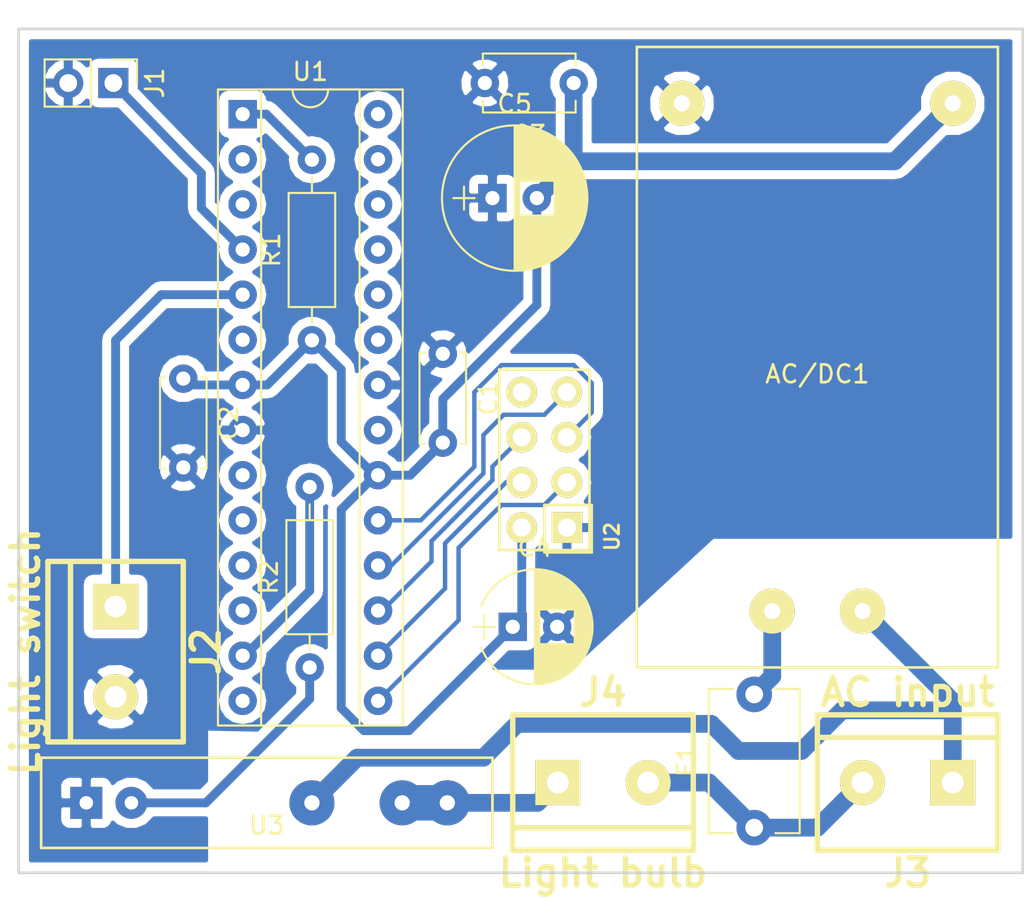
<source format=kicad_pcb>
(kicad_pcb (version 4) (host pcbnew 4.0.7+dfsg1-1~bpo9+1)

  (general
    (links 37)
    (no_connects 0)
    (area 134.8518 98.50338 192.607001 149.2726)
    (thickness 1.6)
    (drawings 4)
    (tracks 91)
    (zones 0)
    (modules 16)
    (nets 17)
  )

  (page A4)
  (layers
    (0 F.Cu signal)
    (31 B.Cu signal)
    (33 F.Adhes user)
    (35 F.Paste user)
    (37 F.SilkS user)
    (39 F.Mask user)
    (40 Dwgs.User user)
    (41 Cmts.User user)
    (42 Eco1.User user)
    (43 Eco2.User user)
    (44 Edge.Cuts user)
    (45 Margin user)
    (47 F.CrtYd user)
    (49 F.Fab user)
  )

  (setup
    (last_trace_width 1)
    (user_trace_width 0.25)
    (user_trace_width 0.5)
    (user_trace_width 1)
    (user_trace_width 2)
    (trace_clearance 0.2)
    (zone_clearance 0.508)
    (zone_45_only yes)
    (trace_min 0.2)
    (segment_width 0.2)
    (edge_width 0.15)
    (via_size 0.6)
    (via_drill 0.4)
    (via_min_size 0.4)
    (via_min_drill 0.3)
    (uvia_size 0.3)
    (uvia_drill 0.1)
    (uvias_allowed no)
    (uvia_min_size 0.2)
    (uvia_min_drill 0.1)
    (pcb_text_width 0.3)
    (pcb_text_size 1.5 1.5)
    (mod_edge_width 0.15)
    (mod_text_size 1 1)
    (mod_text_width 0.15)
    (pad_size 1.524 1.524)
    (pad_drill 0.762)
    (pad_to_mask_clearance 0.2)
    (aux_axis_origin 0 0)
    (visible_elements FFFFFF7F)
    (pcbplotparams
      (layerselection 0x00030_80000001)
      (usegerberextensions false)
      (excludeedgelayer true)
      (linewidth 0.100000)
      (plotframeref false)
      (viasonmask false)
      (mode 1)
      (useauxorigin false)
      (hpglpennumber 1)
      (hpglpenspeed 20)
      (hpglpendiameter 15)
      (hpglpenoverlay 2)
      (psnegative false)
      (psa4output false)
      (plotreference true)
      (plotvalue true)
      (plotinvisibletext false)
      (padsonsilk false)
      (subtractmaskfromsilk false)
      (outputformat 1)
      (mirror false)
      (drillshape 1)
      (scaleselection 1)
      (outputdirectory ""))
  )

  (net 0 "")
  (net 1 +3V3)
  (net 2 GND)
  (net 3 "Net-(J1-Pad1)")
  (net 4 "Net-(J2-Pad1)")
  (net 5 "Net-(R1-Pad2)")
  (net 6 /CE)
  (net 7 /CSN)
  (net 8 "Net-(U1-Pad17)")
  (net 9 "Net-(U1-Pad18)")
  (net 10 "Net-(U1-Pad19)")
  (net 11 "Net-(R2-Pad1)")
  (net 12 "Net-(R2-Pad2)")
  (net 13 "Net-(AC/DC1-Pad1)")
  (net 14 "Net-(AC/DC1-Pad2)")
  (net 15 "Net-(F1-Pad1)")
  (net 16 "Net-(J4-Pad1)")

  (net_class Default "This is the default net class."
    (clearance 0.2)
    (trace_width 0.25)
    (via_dia 0.6)
    (via_drill 0.4)
    (uvia_dia 0.3)
    (uvia_drill 0.1)
    (add_net +3V3)
    (add_net /CE)
    (add_net /CSN)
    (add_net GND)
    (add_net "Net-(AC/DC1-Pad1)")
    (add_net "Net-(AC/DC1-Pad2)")
    (add_net "Net-(F1-Pad1)")
    (add_net "Net-(J1-Pad1)")
    (add_net "Net-(J2-Pad1)")
    (add_net "Net-(J4-Pad1)")
    (add_net "Net-(R1-Pad2)")
    (add_net "Net-(R2-Pad1)")
    (add_net "Net-(R2-Pad2)")
    (add_net "Net-(U1-Pad17)")
    (add_net "Net-(U1-Pad18)")
    (add_net "Net-(U1-Pad19)")
  )

  (net_class .5 ""
    (clearance 0.2)
    (trace_width 0.5)
    (via_dia 0.6)
    (via_drill 0.4)
    (uvia_dia 0.3)
    (uvia_drill 0.1)
  )

  (net_class 1 ""
    (clearance 0.2)
    (trace_width 1)
    (via_dia 0.6)
    (via_drill 0.4)
    (uvia_dia 0.3)
    (uvia_drill 0.1)
  )

  (module Capacitors_THT:C_Disc_D5.0mm_W2.5mm_P5.00mm (layer F.Cu) (tedit 597BC7C2) (tstamp 5A7F1EE1)
    (at 159.766 118.491 270)
    (descr "C, Disc series, Radial, pin pitch=5.00mm, , diameter*width=5*2.5mm^2, Capacitor, http://cdn-reichelt.de/documents/datenblatt/B300/DS_KERKO_TC.pdf")
    (tags "C Disc series Radial pin pitch 5.00mm  diameter 5mm width 2.5mm Capacitor")
    (path /5A7F13C5)
    (fp_text reference C1 (at 2.5 -2.56 270) (layer F.SilkS)
      (effects (font (size 1 1) (thickness 0.15)))
    )
    (fp_text value 1u (at 2.5 2.56 270) (layer F.Fab)
      (effects (font (size 1 1) (thickness 0.15)))
    )
    (fp_line (start 0 -1.25) (end 0 1.25) (layer F.Fab) (width 0.1))
    (fp_line (start 0 1.25) (end 5 1.25) (layer F.Fab) (width 0.1))
    (fp_line (start 5 1.25) (end 5 -1.25) (layer F.Fab) (width 0.1))
    (fp_line (start 5 -1.25) (end 0 -1.25) (layer F.Fab) (width 0.1))
    (fp_line (start -0.06 -1.31) (end 5.06 -1.31) (layer F.SilkS) (width 0.12))
    (fp_line (start -0.06 1.31) (end 5.06 1.31) (layer F.SilkS) (width 0.12))
    (fp_line (start -0.06 -1.31) (end -0.06 -0.996) (layer F.SilkS) (width 0.12))
    (fp_line (start -0.06 0.996) (end -0.06 1.31) (layer F.SilkS) (width 0.12))
    (fp_line (start 5.06 -1.31) (end 5.06 -0.996) (layer F.SilkS) (width 0.12))
    (fp_line (start 5.06 0.996) (end 5.06 1.31) (layer F.SilkS) (width 0.12))
    (fp_line (start -1.05 -1.6) (end -1.05 1.6) (layer F.CrtYd) (width 0.05))
    (fp_line (start -1.05 1.6) (end 6.05 1.6) (layer F.CrtYd) (width 0.05))
    (fp_line (start 6.05 1.6) (end 6.05 -1.6) (layer F.CrtYd) (width 0.05))
    (fp_line (start 6.05 -1.6) (end -1.05 -1.6) (layer F.CrtYd) (width 0.05))
    (fp_text user %R (at 2.5 0 270) (layer F.Fab)
      (effects (font (size 1 1) (thickness 0.15)))
    )
    (pad 1 thru_hole circle (at 0 0 270) (size 1.6 1.6) (drill 0.8) (layers *.Cu *.Mask)
      (net 2 GND))
    (pad 2 thru_hole circle (at 5 0 270) (size 1.6 1.6) (drill 0.8) (layers *.Cu *.Mask)
      (net 1 +3V3))
    (model ${KISYS3DMOD}/Capacitors_THT.3dshapes/C_Disc_D5.0mm_W2.5mm_P5.00mm.wrl
      (at (xyz 0 0 0))
      (scale (xyz 1 1 1))
      (rotate (xyz 0 0 0))
    )
  )

  (module Capacitors_THT:C_Disc_D5.0mm_W2.5mm_P5.00mm (layer F.Cu) (tedit 597BC7C2) (tstamp 5A7F1EE7)
    (at 145.161 119.888 270)
    (descr "C, Disc series, Radial, pin pitch=5.00mm, , diameter*width=5*2.5mm^2, Capacitor, http://cdn-reichelt.de/documents/datenblatt/B300/DS_KERKO_TC.pdf")
    (tags "C Disc series Radial pin pitch 5.00mm  diameter 5mm width 2.5mm Capacitor")
    (path /5A7F07B4)
    (fp_text reference C2 (at 2.5 -2.56 270) (layer F.SilkS)
      (effects (font (size 1 1) (thickness 0.15)))
    )
    (fp_text value .1u (at 2.5 2.56 270) (layer F.Fab)
      (effects (font (size 1 1) (thickness 0.15)))
    )
    (fp_line (start 0 -1.25) (end 0 1.25) (layer F.Fab) (width 0.1))
    (fp_line (start 0 1.25) (end 5 1.25) (layer F.Fab) (width 0.1))
    (fp_line (start 5 1.25) (end 5 -1.25) (layer F.Fab) (width 0.1))
    (fp_line (start 5 -1.25) (end 0 -1.25) (layer F.Fab) (width 0.1))
    (fp_line (start -0.06 -1.31) (end 5.06 -1.31) (layer F.SilkS) (width 0.12))
    (fp_line (start -0.06 1.31) (end 5.06 1.31) (layer F.SilkS) (width 0.12))
    (fp_line (start -0.06 -1.31) (end -0.06 -0.996) (layer F.SilkS) (width 0.12))
    (fp_line (start -0.06 0.996) (end -0.06 1.31) (layer F.SilkS) (width 0.12))
    (fp_line (start 5.06 -1.31) (end 5.06 -0.996) (layer F.SilkS) (width 0.12))
    (fp_line (start 5.06 0.996) (end 5.06 1.31) (layer F.SilkS) (width 0.12))
    (fp_line (start -1.05 -1.6) (end -1.05 1.6) (layer F.CrtYd) (width 0.05))
    (fp_line (start -1.05 1.6) (end 6.05 1.6) (layer F.CrtYd) (width 0.05))
    (fp_line (start 6.05 1.6) (end 6.05 -1.6) (layer F.CrtYd) (width 0.05))
    (fp_line (start 6.05 -1.6) (end -1.05 -1.6) (layer F.CrtYd) (width 0.05))
    (fp_text user %R (at 2.5 0 270) (layer F.Fab)
      (effects (font (size 1 1) (thickness 0.15)))
    )
    (pad 1 thru_hole circle (at 0 0 270) (size 1.6 1.6) (drill 0.8) (layers *.Cu *.Mask)
      (net 1 +3V3))
    (pad 2 thru_hole circle (at 5 0 270) (size 1.6 1.6) (drill 0.8) (layers *.Cu *.Mask)
      (net 2 GND))
    (model ${KISYS3DMOD}/Capacitors_THT.3dshapes/C_Disc_D5.0mm_W2.5mm_P5.00mm.wrl
      (at (xyz 0 0 0))
      (scale (xyz 1 1 1))
      (rotate (xyz 0 0 0))
    )
  )

  (module Capacitors_THT:C_Disc_D5.1mm_W3.2mm_P5.00mm (layer F.Cu) (tedit 597BC7C2) (tstamp 5A7F1EED)
    (at 167.132 103.251 180)
    (descr "C, Disc series, Radial, pin pitch=5.00mm, , diameter*width=5.1*3.2mm^2, Capacitor, http://www.vishay.com/docs/45233/krseries.pdf")
    (tags "C Disc series Radial pin pitch 5.00mm  diameter 5.1mm width 3.2mm Capacitor")
    (path /5A7F083D)
    (fp_text reference C3 (at 2.5 -2.91 180) (layer F.SilkS)
      (effects (font (size 1 1) (thickness 0.15)))
    )
    (fp_text value .1u (at 2.5 2.91 180) (layer F.Fab)
      (effects (font (size 1 1) (thickness 0.15)))
    )
    (fp_line (start -0.05 -1.6) (end -0.05 1.6) (layer F.Fab) (width 0.1))
    (fp_line (start -0.05 1.6) (end 5.05 1.6) (layer F.Fab) (width 0.1))
    (fp_line (start 5.05 1.6) (end 5.05 -1.6) (layer F.Fab) (width 0.1))
    (fp_line (start 5.05 -1.6) (end -0.05 -1.6) (layer F.Fab) (width 0.1))
    (fp_line (start -0.11 -1.66) (end 5.11 -1.66) (layer F.SilkS) (width 0.12))
    (fp_line (start -0.11 1.66) (end 5.11 1.66) (layer F.SilkS) (width 0.12))
    (fp_line (start -0.11 -1.66) (end -0.11 -0.996) (layer F.SilkS) (width 0.12))
    (fp_line (start -0.11 0.996) (end -0.11 1.66) (layer F.SilkS) (width 0.12))
    (fp_line (start 5.11 -1.66) (end 5.11 -0.996) (layer F.SilkS) (width 0.12))
    (fp_line (start 5.11 0.996) (end 5.11 1.66) (layer F.SilkS) (width 0.12))
    (fp_line (start -1.05 -1.95) (end -1.05 1.95) (layer F.CrtYd) (width 0.05))
    (fp_line (start -1.05 1.95) (end 6.05 1.95) (layer F.CrtYd) (width 0.05))
    (fp_line (start 6.05 1.95) (end 6.05 -1.95) (layer F.CrtYd) (width 0.05))
    (fp_line (start 6.05 -1.95) (end -1.05 -1.95) (layer F.CrtYd) (width 0.05))
    (fp_text user %R (at 2.5 0 180) (layer F.Fab)
      (effects (font (size 1 1) (thickness 0.15)))
    )
    (pad 1 thru_hole circle (at 0 0 180) (size 1.6 1.6) (drill 0.8) (layers *.Cu *.Mask)
      (net 1 +3V3))
    (pad 2 thru_hole circle (at 5 0 180) (size 1.6 1.6) (drill 0.8) (layers *.Cu *.Mask)
      (net 2 GND))
    (model ${KISYS3DMOD}/Capacitors_THT.3dshapes/C_Disc_D5.1mm_W3.2mm_P5.00mm.wrl
      (at (xyz 0 0 0))
      (scale (xyz 1 1 1))
      (rotate (xyz 0 0 0))
    )
  )

  (module Capacitors_THT:CP_Radial_D6.3mm_P2.50mm (layer F.Cu) (tedit 597BC7C2) (tstamp 5A7F1EF3)
    (at 163.703 133.858)
    (descr "CP, Radial series, Radial, pin pitch=2.50mm, , diameter=6.3mm, Electrolytic Capacitor")
    (tags "CP Radial series Radial pin pitch 2.50mm  diameter 6.3mm Electrolytic Capacitor")
    (path /5A7F1037)
    (fp_text reference C4 (at 1.25 -4.46) (layer F.SilkS)
      (effects (font (size 1 1) (thickness 0.15)))
    )
    (fp_text value 10u (at 1.25 4.46) (layer F.Fab)
      (effects (font (size 1 1) (thickness 0.15)))
    )
    (fp_arc (start 1.25 0) (end -1.767482 -1.18) (angle 137.3) (layer F.SilkS) (width 0.12))
    (fp_arc (start 1.25 0) (end -1.767482 1.18) (angle -137.3) (layer F.SilkS) (width 0.12))
    (fp_arc (start 1.25 0) (end 4.267482 -1.18) (angle 42.7) (layer F.SilkS) (width 0.12))
    (fp_circle (center 1.25 0) (end 4.4 0) (layer F.Fab) (width 0.1))
    (fp_line (start -2.2 0) (end -1 0) (layer F.Fab) (width 0.1))
    (fp_line (start -1.6 -0.65) (end -1.6 0.65) (layer F.Fab) (width 0.1))
    (fp_line (start 1.25 -3.2) (end 1.25 3.2) (layer F.SilkS) (width 0.12))
    (fp_line (start 1.29 -3.2) (end 1.29 3.2) (layer F.SilkS) (width 0.12))
    (fp_line (start 1.33 -3.2) (end 1.33 3.2) (layer F.SilkS) (width 0.12))
    (fp_line (start 1.37 -3.198) (end 1.37 3.198) (layer F.SilkS) (width 0.12))
    (fp_line (start 1.41 -3.197) (end 1.41 3.197) (layer F.SilkS) (width 0.12))
    (fp_line (start 1.45 -3.194) (end 1.45 3.194) (layer F.SilkS) (width 0.12))
    (fp_line (start 1.49 -3.192) (end 1.49 3.192) (layer F.SilkS) (width 0.12))
    (fp_line (start 1.53 -3.188) (end 1.53 -0.98) (layer F.SilkS) (width 0.12))
    (fp_line (start 1.53 0.98) (end 1.53 3.188) (layer F.SilkS) (width 0.12))
    (fp_line (start 1.57 -3.185) (end 1.57 -0.98) (layer F.SilkS) (width 0.12))
    (fp_line (start 1.57 0.98) (end 1.57 3.185) (layer F.SilkS) (width 0.12))
    (fp_line (start 1.61 -3.18) (end 1.61 -0.98) (layer F.SilkS) (width 0.12))
    (fp_line (start 1.61 0.98) (end 1.61 3.18) (layer F.SilkS) (width 0.12))
    (fp_line (start 1.65 -3.176) (end 1.65 -0.98) (layer F.SilkS) (width 0.12))
    (fp_line (start 1.65 0.98) (end 1.65 3.176) (layer F.SilkS) (width 0.12))
    (fp_line (start 1.69 -3.17) (end 1.69 -0.98) (layer F.SilkS) (width 0.12))
    (fp_line (start 1.69 0.98) (end 1.69 3.17) (layer F.SilkS) (width 0.12))
    (fp_line (start 1.73 -3.165) (end 1.73 -0.98) (layer F.SilkS) (width 0.12))
    (fp_line (start 1.73 0.98) (end 1.73 3.165) (layer F.SilkS) (width 0.12))
    (fp_line (start 1.77 -3.158) (end 1.77 -0.98) (layer F.SilkS) (width 0.12))
    (fp_line (start 1.77 0.98) (end 1.77 3.158) (layer F.SilkS) (width 0.12))
    (fp_line (start 1.81 -3.152) (end 1.81 -0.98) (layer F.SilkS) (width 0.12))
    (fp_line (start 1.81 0.98) (end 1.81 3.152) (layer F.SilkS) (width 0.12))
    (fp_line (start 1.85 -3.144) (end 1.85 -0.98) (layer F.SilkS) (width 0.12))
    (fp_line (start 1.85 0.98) (end 1.85 3.144) (layer F.SilkS) (width 0.12))
    (fp_line (start 1.89 -3.137) (end 1.89 -0.98) (layer F.SilkS) (width 0.12))
    (fp_line (start 1.89 0.98) (end 1.89 3.137) (layer F.SilkS) (width 0.12))
    (fp_line (start 1.93 -3.128) (end 1.93 -0.98) (layer F.SilkS) (width 0.12))
    (fp_line (start 1.93 0.98) (end 1.93 3.128) (layer F.SilkS) (width 0.12))
    (fp_line (start 1.971 -3.119) (end 1.971 -0.98) (layer F.SilkS) (width 0.12))
    (fp_line (start 1.971 0.98) (end 1.971 3.119) (layer F.SilkS) (width 0.12))
    (fp_line (start 2.011 -3.11) (end 2.011 -0.98) (layer F.SilkS) (width 0.12))
    (fp_line (start 2.011 0.98) (end 2.011 3.11) (layer F.SilkS) (width 0.12))
    (fp_line (start 2.051 -3.1) (end 2.051 -0.98) (layer F.SilkS) (width 0.12))
    (fp_line (start 2.051 0.98) (end 2.051 3.1) (layer F.SilkS) (width 0.12))
    (fp_line (start 2.091 -3.09) (end 2.091 -0.98) (layer F.SilkS) (width 0.12))
    (fp_line (start 2.091 0.98) (end 2.091 3.09) (layer F.SilkS) (width 0.12))
    (fp_line (start 2.131 -3.079) (end 2.131 -0.98) (layer F.SilkS) (width 0.12))
    (fp_line (start 2.131 0.98) (end 2.131 3.079) (layer F.SilkS) (width 0.12))
    (fp_line (start 2.171 -3.067) (end 2.171 -0.98) (layer F.SilkS) (width 0.12))
    (fp_line (start 2.171 0.98) (end 2.171 3.067) (layer F.SilkS) (width 0.12))
    (fp_line (start 2.211 -3.055) (end 2.211 -0.98) (layer F.SilkS) (width 0.12))
    (fp_line (start 2.211 0.98) (end 2.211 3.055) (layer F.SilkS) (width 0.12))
    (fp_line (start 2.251 -3.042) (end 2.251 -0.98) (layer F.SilkS) (width 0.12))
    (fp_line (start 2.251 0.98) (end 2.251 3.042) (layer F.SilkS) (width 0.12))
    (fp_line (start 2.291 -3.029) (end 2.291 -0.98) (layer F.SilkS) (width 0.12))
    (fp_line (start 2.291 0.98) (end 2.291 3.029) (layer F.SilkS) (width 0.12))
    (fp_line (start 2.331 -3.015) (end 2.331 -0.98) (layer F.SilkS) (width 0.12))
    (fp_line (start 2.331 0.98) (end 2.331 3.015) (layer F.SilkS) (width 0.12))
    (fp_line (start 2.371 -3.001) (end 2.371 -0.98) (layer F.SilkS) (width 0.12))
    (fp_line (start 2.371 0.98) (end 2.371 3.001) (layer F.SilkS) (width 0.12))
    (fp_line (start 2.411 -2.986) (end 2.411 -0.98) (layer F.SilkS) (width 0.12))
    (fp_line (start 2.411 0.98) (end 2.411 2.986) (layer F.SilkS) (width 0.12))
    (fp_line (start 2.451 -2.97) (end 2.451 -0.98) (layer F.SilkS) (width 0.12))
    (fp_line (start 2.451 0.98) (end 2.451 2.97) (layer F.SilkS) (width 0.12))
    (fp_line (start 2.491 -2.954) (end 2.491 -0.98) (layer F.SilkS) (width 0.12))
    (fp_line (start 2.491 0.98) (end 2.491 2.954) (layer F.SilkS) (width 0.12))
    (fp_line (start 2.531 -2.937) (end 2.531 -0.98) (layer F.SilkS) (width 0.12))
    (fp_line (start 2.531 0.98) (end 2.531 2.937) (layer F.SilkS) (width 0.12))
    (fp_line (start 2.571 -2.919) (end 2.571 -0.98) (layer F.SilkS) (width 0.12))
    (fp_line (start 2.571 0.98) (end 2.571 2.919) (layer F.SilkS) (width 0.12))
    (fp_line (start 2.611 -2.901) (end 2.611 -0.98) (layer F.SilkS) (width 0.12))
    (fp_line (start 2.611 0.98) (end 2.611 2.901) (layer F.SilkS) (width 0.12))
    (fp_line (start 2.651 -2.882) (end 2.651 -0.98) (layer F.SilkS) (width 0.12))
    (fp_line (start 2.651 0.98) (end 2.651 2.882) (layer F.SilkS) (width 0.12))
    (fp_line (start 2.691 -2.863) (end 2.691 -0.98) (layer F.SilkS) (width 0.12))
    (fp_line (start 2.691 0.98) (end 2.691 2.863) (layer F.SilkS) (width 0.12))
    (fp_line (start 2.731 -2.843) (end 2.731 -0.98) (layer F.SilkS) (width 0.12))
    (fp_line (start 2.731 0.98) (end 2.731 2.843) (layer F.SilkS) (width 0.12))
    (fp_line (start 2.771 -2.822) (end 2.771 -0.98) (layer F.SilkS) (width 0.12))
    (fp_line (start 2.771 0.98) (end 2.771 2.822) (layer F.SilkS) (width 0.12))
    (fp_line (start 2.811 -2.8) (end 2.811 -0.98) (layer F.SilkS) (width 0.12))
    (fp_line (start 2.811 0.98) (end 2.811 2.8) (layer F.SilkS) (width 0.12))
    (fp_line (start 2.851 -2.778) (end 2.851 -0.98) (layer F.SilkS) (width 0.12))
    (fp_line (start 2.851 0.98) (end 2.851 2.778) (layer F.SilkS) (width 0.12))
    (fp_line (start 2.891 -2.755) (end 2.891 -0.98) (layer F.SilkS) (width 0.12))
    (fp_line (start 2.891 0.98) (end 2.891 2.755) (layer F.SilkS) (width 0.12))
    (fp_line (start 2.931 -2.731) (end 2.931 -0.98) (layer F.SilkS) (width 0.12))
    (fp_line (start 2.931 0.98) (end 2.931 2.731) (layer F.SilkS) (width 0.12))
    (fp_line (start 2.971 -2.706) (end 2.971 -0.98) (layer F.SilkS) (width 0.12))
    (fp_line (start 2.971 0.98) (end 2.971 2.706) (layer F.SilkS) (width 0.12))
    (fp_line (start 3.011 -2.681) (end 3.011 -0.98) (layer F.SilkS) (width 0.12))
    (fp_line (start 3.011 0.98) (end 3.011 2.681) (layer F.SilkS) (width 0.12))
    (fp_line (start 3.051 -2.654) (end 3.051 -0.98) (layer F.SilkS) (width 0.12))
    (fp_line (start 3.051 0.98) (end 3.051 2.654) (layer F.SilkS) (width 0.12))
    (fp_line (start 3.091 -2.627) (end 3.091 -0.98) (layer F.SilkS) (width 0.12))
    (fp_line (start 3.091 0.98) (end 3.091 2.627) (layer F.SilkS) (width 0.12))
    (fp_line (start 3.131 -2.599) (end 3.131 -0.98) (layer F.SilkS) (width 0.12))
    (fp_line (start 3.131 0.98) (end 3.131 2.599) (layer F.SilkS) (width 0.12))
    (fp_line (start 3.171 -2.57) (end 3.171 -0.98) (layer F.SilkS) (width 0.12))
    (fp_line (start 3.171 0.98) (end 3.171 2.57) (layer F.SilkS) (width 0.12))
    (fp_line (start 3.211 -2.54) (end 3.211 -0.98) (layer F.SilkS) (width 0.12))
    (fp_line (start 3.211 0.98) (end 3.211 2.54) (layer F.SilkS) (width 0.12))
    (fp_line (start 3.251 -2.51) (end 3.251 -0.98) (layer F.SilkS) (width 0.12))
    (fp_line (start 3.251 0.98) (end 3.251 2.51) (layer F.SilkS) (width 0.12))
    (fp_line (start 3.291 -2.478) (end 3.291 -0.98) (layer F.SilkS) (width 0.12))
    (fp_line (start 3.291 0.98) (end 3.291 2.478) (layer F.SilkS) (width 0.12))
    (fp_line (start 3.331 -2.445) (end 3.331 -0.98) (layer F.SilkS) (width 0.12))
    (fp_line (start 3.331 0.98) (end 3.331 2.445) (layer F.SilkS) (width 0.12))
    (fp_line (start 3.371 -2.411) (end 3.371 -0.98) (layer F.SilkS) (width 0.12))
    (fp_line (start 3.371 0.98) (end 3.371 2.411) (layer F.SilkS) (width 0.12))
    (fp_line (start 3.411 -2.375) (end 3.411 -0.98) (layer F.SilkS) (width 0.12))
    (fp_line (start 3.411 0.98) (end 3.411 2.375) (layer F.SilkS) (width 0.12))
    (fp_line (start 3.451 -2.339) (end 3.451 -0.98) (layer F.SilkS) (width 0.12))
    (fp_line (start 3.451 0.98) (end 3.451 2.339) (layer F.SilkS) (width 0.12))
    (fp_line (start 3.491 -2.301) (end 3.491 2.301) (layer F.SilkS) (width 0.12))
    (fp_line (start 3.531 -2.262) (end 3.531 2.262) (layer F.SilkS) (width 0.12))
    (fp_line (start 3.571 -2.222) (end 3.571 2.222) (layer F.SilkS) (width 0.12))
    (fp_line (start 3.611 -2.18) (end 3.611 2.18) (layer F.SilkS) (width 0.12))
    (fp_line (start 3.651 -2.137) (end 3.651 2.137) (layer F.SilkS) (width 0.12))
    (fp_line (start 3.691 -2.092) (end 3.691 2.092) (layer F.SilkS) (width 0.12))
    (fp_line (start 3.731 -2.045) (end 3.731 2.045) (layer F.SilkS) (width 0.12))
    (fp_line (start 3.771 -1.997) (end 3.771 1.997) (layer F.SilkS) (width 0.12))
    (fp_line (start 3.811 -1.946) (end 3.811 1.946) (layer F.SilkS) (width 0.12))
    (fp_line (start 3.851 -1.894) (end 3.851 1.894) (layer F.SilkS) (width 0.12))
    (fp_line (start 3.891 -1.839) (end 3.891 1.839) (layer F.SilkS) (width 0.12))
    (fp_line (start 3.931 -1.781) (end 3.931 1.781) (layer F.SilkS) (width 0.12))
    (fp_line (start 3.971 -1.721) (end 3.971 1.721) (layer F.SilkS) (width 0.12))
    (fp_line (start 4.011 -1.658) (end 4.011 1.658) (layer F.SilkS) (width 0.12))
    (fp_line (start 4.051 -1.591) (end 4.051 1.591) (layer F.SilkS) (width 0.12))
    (fp_line (start 4.091 -1.52) (end 4.091 1.52) (layer F.SilkS) (width 0.12))
    (fp_line (start 4.131 -1.445) (end 4.131 1.445) (layer F.SilkS) (width 0.12))
    (fp_line (start 4.171 -1.364) (end 4.171 1.364) (layer F.SilkS) (width 0.12))
    (fp_line (start 4.211 -1.278) (end 4.211 1.278) (layer F.SilkS) (width 0.12))
    (fp_line (start 4.251 -1.184) (end 4.251 1.184) (layer F.SilkS) (width 0.12))
    (fp_line (start 4.291 -1.081) (end 4.291 1.081) (layer F.SilkS) (width 0.12))
    (fp_line (start 4.331 -0.966) (end 4.331 0.966) (layer F.SilkS) (width 0.12))
    (fp_line (start 4.371 -0.834) (end 4.371 0.834) (layer F.SilkS) (width 0.12))
    (fp_line (start 4.411 -0.676) (end 4.411 0.676) (layer F.SilkS) (width 0.12))
    (fp_line (start 4.451 -0.468) (end 4.451 0.468) (layer F.SilkS) (width 0.12))
    (fp_line (start -2.2 0) (end -1 0) (layer F.SilkS) (width 0.12))
    (fp_line (start -1.6 -0.65) (end -1.6 0.65) (layer F.SilkS) (width 0.12))
    (fp_line (start -2.25 -3.5) (end -2.25 3.5) (layer F.CrtYd) (width 0.05))
    (fp_line (start -2.25 3.5) (end 4.75 3.5) (layer F.CrtYd) (width 0.05))
    (fp_line (start 4.75 3.5) (end 4.75 -3.5) (layer F.CrtYd) (width 0.05))
    (fp_line (start 4.75 -3.5) (end -2.25 -3.5) (layer F.CrtYd) (width 0.05))
    (fp_text user %R (at 1.25 0) (layer F.Fab)
      (effects (font (size 1 1) (thickness 0.15)))
    )
    (pad 1 thru_hole rect (at 0 0) (size 1.6 1.6) (drill 0.8) (layers *.Cu *.Mask)
      (net 1 +3V3))
    (pad 2 thru_hole circle (at 2.5 0) (size 1.6 1.6) (drill 0.8) (layers *.Cu *.Mask)
      (net 2 GND))
    (model ${KISYS3DMOD}/Capacitors_THT.3dshapes/CP_Radial_D6.3mm_P2.50mm.wrl
      (at (xyz 0 0 0))
      (scale (xyz 1 1 1))
      (rotate (xyz 0 0 0))
    )
  )

  (module borniers:bornier2_V (layer F.Cu) (tedit 49E32BBC) (tstamp 5A7F1EFF)
    (at 141.351 135.255 270)
    (descr "Bornier d'alimentation 2 pins")
    (tags DEV)
    (path /5A7F1BC4)
    (fp_text reference J2 (at 0 -5.08 270) (layer F.SilkS)
      (effects (font (thickness 0.3048)))
    )
    (fp_text value "Light switch" (at 0 5.08 270) (layer F.SilkS)
      (effects (font (thickness 0.3048)))
    )
    (fp_line (start 5.08 2.54) (end -5.08 2.54) (layer F.SilkS) (width 0.3048))
    (fp_line (start 5.08 3.81) (end 5.08 -3.81) (layer F.SilkS) (width 0.3048))
    (fp_line (start 5.08 -3.81) (end -5.08 -3.81) (layer F.SilkS) (width 0.3048))
    (fp_line (start -5.08 -3.81) (end -5.08 3.81) (layer F.SilkS) (width 0.3048))
    (fp_line (start -5.08 3.81) (end 5.08 3.81) (layer F.SilkS) (width 0.3048))
    (pad 1 thru_hole rect (at -2.54 0 270) (size 2.54 2.54) (drill 1.22428) (layers *.Cu *.Mask F.SilkS)
      (net 4 "Net-(J2-Pad1)"))
    (pad 2 thru_hole circle (at 2.54 0 270) (size 2.54 2.54) (drill 1.22428) (layers *.Cu *.Mask F.SilkS)
      (net 2 GND))
    (model borniers/bornier_2.wrl
      (at (xyz 0 0 0))
      (scale (xyz 1 1 1))
      (rotate (xyz 0 0 0))
    )
  )

  (module Resistors_THT:R_Axial_DIN0207_L6.3mm_D2.5mm_P10.16mm_Horizontal (layer F.Cu) (tedit 5874F706) (tstamp 5A7F1F0B)
    (at 152.4 117.729 90)
    (descr "Resistor, Axial_DIN0207 series, Axial, Horizontal, pin pitch=10.16mm, 0.25W = 1/4W, length*diameter=6.3*2.5mm^2, http://cdn-reichelt.de/documents/datenblatt/B400/1_4W%23YAG.pdf")
    (tags "Resistor Axial_DIN0207 series Axial Horizontal pin pitch 10.16mm 0.25W = 1/4W length 6.3mm diameter 2.5mm")
    (path /5A7F08CB)
    (fp_text reference R1 (at 5.08 -2.31 90) (layer F.SilkS)
      (effects (font (size 1 1) (thickness 0.15)))
    )
    (fp_text value 10k (at 5.08 2.31 90) (layer F.Fab)
      (effects (font (size 1 1) (thickness 0.15)))
    )
    (fp_line (start 1.93 -1.25) (end 1.93 1.25) (layer F.Fab) (width 0.1))
    (fp_line (start 1.93 1.25) (end 8.23 1.25) (layer F.Fab) (width 0.1))
    (fp_line (start 8.23 1.25) (end 8.23 -1.25) (layer F.Fab) (width 0.1))
    (fp_line (start 8.23 -1.25) (end 1.93 -1.25) (layer F.Fab) (width 0.1))
    (fp_line (start 0 0) (end 1.93 0) (layer F.Fab) (width 0.1))
    (fp_line (start 10.16 0) (end 8.23 0) (layer F.Fab) (width 0.1))
    (fp_line (start 1.87 -1.31) (end 1.87 1.31) (layer F.SilkS) (width 0.12))
    (fp_line (start 1.87 1.31) (end 8.29 1.31) (layer F.SilkS) (width 0.12))
    (fp_line (start 8.29 1.31) (end 8.29 -1.31) (layer F.SilkS) (width 0.12))
    (fp_line (start 8.29 -1.31) (end 1.87 -1.31) (layer F.SilkS) (width 0.12))
    (fp_line (start 0.98 0) (end 1.87 0) (layer F.SilkS) (width 0.12))
    (fp_line (start 9.18 0) (end 8.29 0) (layer F.SilkS) (width 0.12))
    (fp_line (start -1.05 -1.6) (end -1.05 1.6) (layer F.CrtYd) (width 0.05))
    (fp_line (start -1.05 1.6) (end 11.25 1.6) (layer F.CrtYd) (width 0.05))
    (fp_line (start 11.25 1.6) (end 11.25 -1.6) (layer F.CrtYd) (width 0.05))
    (fp_line (start 11.25 -1.6) (end -1.05 -1.6) (layer F.CrtYd) (width 0.05))
    (pad 1 thru_hole circle (at 0 0 90) (size 1.6 1.6) (drill 0.8) (layers *.Cu *.Mask)
      (net 1 +3V3))
    (pad 2 thru_hole oval (at 10.16 0 90) (size 1.6 1.6) (drill 0.8) (layers *.Cu *.Mask)
      (net 5 "Net-(R1-Pad2)"))
    (model ${KISYS3DMOD}/Resistors_THT.3dshapes/R_Axial_DIN0207_L6.3mm_D2.5mm_P10.16mm_Horizontal.wrl
      (at (xyz 0 0 0))
      (scale (xyz 0.393701 0.393701 0.393701))
      (rotate (xyz 0 0 0))
    )
  )

  (module Housings_DIP:DIP-28_W7.62mm_Socket (layer F.Cu) (tedit 58CC8E2F) (tstamp 5A7F1F2B)
    (at 148.5011 105.0036)
    (descr "28-lead dip package, row spacing 7.62 mm (300 mils), Socket")
    (tags "DIL DIP PDIP 2.54mm 7.62mm 300mil Socket")
    (path /5A7F0678)
    (fp_text reference U1 (at 3.81 -2.39) (layer F.SilkS)
      (effects (font (size 1 1) (thickness 0.15)))
    )
    (fp_text value ATMEGA328P-PU (at 3.81 35.41) (layer F.Fab)
      (effects (font (size 1 1) (thickness 0.15)))
    )
    (fp_text user %R (at 3.81 16.51) (layer F.Fab)
      (effects (font (size 1 1) (thickness 0.15)))
    )
    (fp_line (start 1.635 -1.27) (end 6.985 -1.27) (layer F.Fab) (width 0.1))
    (fp_line (start 6.985 -1.27) (end 6.985 34.29) (layer F.Fab) (width 0.1))
    (fp_line (start 6.985 34.29) (end 0.635 34.29) (layer F.Fab) (width 0.1))
    (fp_line (start 0.635 34.29) (end 0.635 -0.27) (layer F.Fab) (width 0.1))
    (fp_line (start 0.635 -0.27) (end 1.635 -1.27) (layer F.Fab) (width 0.1))
    (fp_line (start -1.27 -1.27) (end -1.27 34.29) (layer F.Fab) (width 0.1))
    (fp_line (start -1.27 34.29) (end 8.89 34.29) (layer F.Fab) (width 0.1))
    (fp_line (start 8.89 34.29) (end 8.89 -1.27) (layer F.Fab) (width 0.1))
    (fp_line (start 8.89 -1.27) (end -1.27 -1.27) (layer F.Fab) (width 0.1))
    (fp_line (start 2.81 -1.39) (end 1.04 -1.39) (layer F.SilkS) (width 0.12))
    (fp_line (start 1.04 -1.39) (end 1.04 34.41) (layer F.SilkS) (width 0.12))
    (fp_line (start 1.04 34.41) (end 6.58 34.41) (layer F.SilkS) (width 0.12))
    (fp_line (start 6.58 34.41) (end 6.58 -1.39) (layer F.SilkS) (width 0.12))
    (fp_line (start 6.58 -1.39) (end 4.81 -1.39) (layer F.SilkS) (width 0.12))
    (fp_line (start -1.39 -1.39) (end -1.39 34.41) (layer F.SilkS) (width 0.12))
    (fp_line (start -1.39 34.41) (end 9.01 34.41) (layer F.SilkS) (width 0.12))
    (fp_line (start 9.01 34.41) (end 9.01 -1.39) (layer F.SilkS) (width 0.12))
    (fp_line (start 9.01 -1.39) (end -1.39 -1.39) (layer F.SilkS) (width 0.12))
    (fp_line (start -1.7 -1.7) (end -1.7 34.7) (layer F.CrtYd) (width 0.05))
    (fp_line (start -1.7 34.7) (end 9.3 34.7) (layer F.CrtYd) (width 0.05))
    (fp_line (start 9.3 34.7) (end 9.3 -1.7) (layer F.CrtYd) (width 0.05))
    (fp_line (start 9.3 -1.7) (end -1.7 -1.7) (layer F.CrtYd) (width 0.05))
    (fp_arc (start 3.81 -1.39) (end 2.81 -1.39) (angle -180) (layer F.SilkS) (width 0.12))
    (pad 1 thru_hole rect (at 0 0) (size 1.6 1.6) (drill 0.8) (layers *.Cu *.Mask)
      (net 5 "Net-(R1-Pad2)"))
    (pad 15 thru_hole oval (at 7.62 33.02) (size 1.6 1.6) (drill 0.8) (layers *.Cu *.Mask)
      (net 6 /CE))
    (pad 2 thru_hole oval (at 0 2.54) (size 1.6 1.6) (drill 0.8) (layers *.Cu *.Mask))
    (pad 16 thru_hole oval (at 7.62 30.48) (size 1.6 1.6) (drill 0.8) (layers *.Cu *.Mask)
      (net 7 /CSN))
    (pad 3 thru_hole oval (at 0 5.08) (size 1.6 1.6) (drill 0.8) (layers *.Cu *.Mask))
    (pad 17 thru_hole oval (at 7.62 27.94) (size 1.6 1.6) (drill 0.8) (layers *.Cu *.Mask)
      (net 8 "Net-(U1-Pad17)"))
    (pad 4 thru_hole oval (at 0 7.62) (size 1.6 1.6) (drill 0.8) (layers *.Cu *.Mask)
      (net 3 "Net-(J1-Pad1)"))
    (pad 18 thru_hole oval (at 7.62 25.4) (size 1.6 1.6) (drill 0.8) (layers *.Cu *.Mask)
      (net 9 "Net-(U1-Pad18)"))
    (pad 5 thru_hole oval (at 0 10.16) (size 1.6 1.6) (drill 0.8) (layers *.Cu *.Mask)
      (net 4 "Net-(J2-Pad1)"))
    (pad 19 thru_hole oval (at 7.62 22.86) (size 1.6 1.6) (drill 0.8) (layers *.Cu *.Mask)
      (net 10 "Net-(U1-Pad19)"))
    (pad 6 thru_hole oval (at 0 12.7) (size 1.6 1.6) (drill 0.8) (layers *.Cu *.Mask))
    (pad 20 thru_hole oval (at 7.62 20.32) (size 1.6 1.6) (drill 0.8) (layers *.Cu *.Mask)
      (net 1 +3V3))
    (pad 7 thru_hole oval (at 0 15.24) (size 1.6 1.6) (drill 0.8) (layers *.Cu *.Mask)
      (net 1 +3V3))
    (pad 21 thru_hole oval (at 7.62 17.78) (size 1.6 1.6) (drill 0.8) (layers *.Cu *.Mask))
    (pad 8 thru_hole oval (at 0 17.78) (size 1.6 1.6) (drill 0.8) (layers *.Cu *.Mask)
      (net 2 GND))
    (pad 22 thru_hole oval (at 7.62 15.24) (size 1.6 1.6) (drill 0.8) (layers *.Cu *.Mask)
      (net 2 GND))
    (pad 9 thru_hole oval (at 0 20.32) (size 1.6 1.6) (drill 0.8) (layers *.Cu *.Mask))
    (pad 23 thru_hole oval (at 7.62 12.7) (size 1.6 1.6) (drill 0.8) (layers *.Cu *.Mask))
    (pad 10 thru_hole oval (at 0 22.86) (size 1.6 1.6) (drill 0.8) (layers *.Cu *.Mask))
    (pad 24 thru_hole oval (at 7.62 10.16) (size 1.6 1.6) (drill 0.8) (layers *.Cu *.Mask))
    (pad 11 thru_hole oval (at 0 25.4) (size 1.6 1.6) (drill 0.8) (layers *.Cu *.Mask))
    (pad 25 thru_hole oval (at 7.62 7.62) (size 1.6 1.6) (drill 0.8) (layers *.Cu *.Mask))
    (pad 12 thru_hole oval (at 0 27.94) (size 1.6 1.6) (drill 0.8) (layers *.Cu *.Mask))
    (pad 26 thru_hole oval (at 7.62 5.08) (size 1.6 1.6) (drill 0.8) (layers *.Cu *.Mask))
    (pad 13 thru_hole oval (at 0 30.48) (size 1.6 1.6) (drill 0.8) (layers *.Cu *.Mask)
      (net 12 "Net-(R2-Pad2)"))
    (pad 27 thru_hole oval (at 7.62 2.54) (size 1.6 1.6) (drill 0.8) (layers *.Cu *.Mask))
    (pad 14 thru_hole oval (at 0 33.02) (size 1.6 1.6) (drill 0.8) (layers *.Cu *.Mask))
    (pad 28 thru_hole oval (at 7.62 0) (size 1.6 1.6) (drill 0.8) (layers *.Cu *.Mask))
    (model ${KISYS3DMOD}/Housings_DIP.3dshapes/DIP-28_W7.62mm_Socket.wrl
      (at (xyz 0 0 0))
      (scale (xyz 1 1 1))
      (rotate (xyz 0 0 0))
    )
  )

  (module mysensors_radios:NRF24L01 (layer F.Cu) (tedit 5587F36C) (tstamp 5A7F1F37)
    (at 168.275 129.794 270)
    (descr NRF24L01)
    (tags "nRF 24 NRF24L01 NRF24L01+")
    (path /5A7F0920)
    (fp_text reference U2 (at -1.016 -1.016 270) (layer F.SilkS)
      (effects (font (size 0.8 0.8) (thickness 0.16)))
    )
    (fp_text value NRF24L01 (at -8.382 7.112 270) (layer F.Fab) hide
      (effects (font (size 0.8 0.8) (thickness 0.16)))
    )
    (fp_line (start -15.25 28.8) (end 0 28.8) (layer F.CrtYd) (width 0.15))
    (fp_line (start 0 28.8) (end 0 0) (layer F.CrtYd) (width 0.15))
    (fp_line (start 0 0) (end -15.25 0) (layer F.CrtYd) (width 0.15))
    (fp_line (start -15.25 0) (end -15.25 28.8) (layer F.CrtYd) (width 0.15))
    (fp_line (start -2.794 0.127) (end -0.127 0.127) (layer F.SilkS) (width 0.15))
    (fp_line (start -0.127 0.127) (end -0.127 2.794) (layer F.SilkS) (width 0.15))
    (fp_line (start 0 0) (end -15.25 0) (layer B.CrtYd) (width 0.15))
    (fp_line (start -15.25 0) (end -15.25 28.8) (layer B.CrtYd) (width 0.15))
    (fp_line (start -15.25 28.8) (end 0 28.8) (layer B.CrtYd) (width 0.15))
    (fp_line (start 0 28.8) (end 0 0) (layer B.CrtYd) (width 0.15))
    (fp_line (start -7.874 0.254) (end -10.414 0.254) (layer F.SilkS) (width 0.15))
    (fp_line (start -10.414 0.254) (end -10.414 2.794) (layer F.SilkS) (width 0.15))
    (fp_line (start -2.794 0.254) (end -2.794 2.794) (layer F.SilkS) (width 0.15))
    (fp_line (start -2.794 2.794) (end -0.254 2.794) (layer F.SilkS) (width 0.15))
    (fp_line (start -10.894 -0.226) (end -10.894 5.824) (layer F.CrtYd) (width 0.05))
    (fp_line (start 0.256 -0.226) (end 0.256 5.824) (layer F.CrtYd) (width 0.05))
    (fp_line (start -10.894 -0.226) (end 0.256 -0.226) (layer F.CrtYd) (width 0.05))
    (fp_line (start -10.894 5.824) (end 0.256 5.824) (layer F.CrtYd) (width 0.05))
    (fp_line (start -7.874 0.254) (end -0.254 0.254) (layer F.SilkS) (width 0.15))
    (fp_line (start -0.254 0.254) (end -0.254 5.334) (layer F.SilkS) (width 0.15))
    (fp_line (start -0.254 5.334) (end -10.414 5.334) (layer F.SilkS) (width 0.15))
    (fp_line (start -10.414 5.334) (end -10.414 2.794) (layer F.SilkS) (width 0.15))
    (pad 7 thru_hole oval (at -9.144 1.524 270) (size 1.7272 1.7272) (drill 1.016) (layers *.Cu *.Mask F.SilkS)
      (net 9 "Net-(U1-Pad18)"))
    (pad 8 thru_hole oval (at -9.144 4.064 270) (size 1.7272 1.7272) (drill 1.016) (layers *.Cu *.Mask F.SilkS))
    (pad 5 thru_hole oval (at -6.604 1.524 270) (size 1.7272 1.7272) (drill 1.016) (layers *.Cu *.Mask F.SilkS)
      (net 10 "Net-(U1-Pad19)"))
    (pad 6 thru_hole oval (at -6.604 4.064 270) (size 1.7272 1.7272) (drill 1.016) (layers *.Cu *.Mask F.SilkS)
      (net 8 "Net-(U1-Pad17)"))
    (pad 3 thru_hole oval (at -4.064 1.524 270) (size 1.7272 1.7272) (drill 1.016) (layers *.Cu *.Mask F.SilkS)
      (net 6 /CE))
    (pad 4 thru_hole oval (at -4.064 4.064 270) (size 1.7272 1.7272) (drill 1.016) (layers *.Cu *.Mask F.SilkS)
      (net 7 /CSN))
    (pad 1 thru_hole rect (at -1.524 1.524 270) (size 1.7272 1.7272) (drill 1.016) (layers *.Cu *.Mask F.SilkS)
      (net 2 GND))
    (pad 2 thru_hole oval (at -1.524 4.064 270) (size 1.7272 1.7272) (drill 1.016) (layers *.Cu *.Mask F.SilkS)
      (net 1 +3V3))
    (model Socket_Strips.3dshapes/Socket_Strip_Straight_2x04.wrl
      (at (xyz -0.21 -0.11 0))
      (scale (xyz 1 1 1))
      (rotate (xyz 0 0 0))
    )
    (model Pin_Headers.3dshapes/Pin_Header_Straight_2x04.wrl
      (at (xyz -0.21 -0.11 0.442))
      (scale (xyz 1 1 1))
      (rotate (xyz 0 180 0))
    )
    (model ${MYSLOCAL}/mysensors.3dshapes/mysensors_radios.3dshapes/nrf24l01.wrl
      (at (xyz -0.3 -0.5669999999999999 0.475))
      (scale (xyz 0.395 0.395 0.395))
      (rotate (xyz 0 0 0))
    )
    (model Housings_DFN_QFN.3dshapes/QFN-20-1EP_4x4mm_Pitch0.5mm.wrl
      (at (xyz -0.22 -0.51 0.509))
      (scale (xyz 1 1 1))
      (rotate (xyz 0 0 0))
    )
    (model ${MYSLOCAL}/mysensors.3dshapes/w.lain.3dshapes/crystal/crystal_hc-49s.wrl
      (at (xyz -0.5 -0.475 0.51))
      (scale (xyz 1 1 1))
      (rotate (xyz 0 0 90))
    )
  )

  (module borniers:bornier2_V (layer F.Cu) (tedit 49E32BBC) (tstamp 5A7F3A46)
    (at 168.783 142.621)
    (descr "Bornier d'alimentation 2 pins")
    (tags DEV)
    (path /5A7F4B4D)
    (fp_text reference J4 (at 0 -5.08) (layer F.SilkS)
      (effects (font (thickness 0.3048)))
    )
    (fp_text value "Light bulb" (at 0 5.08) (layer F.SilkS)
      (effects (font (thickness 0.3048)))
    )
    (fp_line (start 5.08 2.54) (end -5.08 2.54) (layer F.SilkS) (width 0.3048))
    (fp_line (start 5.08 3.81) (end 5.08 -3.81) (layer F.SilkS) (width 0.3048))
    (fp_line (start 5.08 -3.81) (end -5.08 -3.81) (layer F.SilkS) (width 0.3048))
    (fp_line (start -5.08 -3.81) (end -5.08 3.81) (layer F.SilkS) (width 0.3048))
    (fp_line (start -5.08 3.81) (end 5.08 3.81) (layer F.SilkS) (width 0.3048))
    (pad 1 thru_hole rect (at -2.54 0) (size 2.54 2.54) (drill 1.22428) (layers *.Cu *.Mask F.SilkS)
      (net 16 "Net-(J4-Pad1)"))
    (pad 2 thru_hole circle (at 2.54 0) (size 2.54 2.54) (drill 1.22428) (layers *.Cu *.Mask F.SilkS)
      (net 15 "Net-(F1-Pad1)"))
    (model borniers/bornier_2.wrl
      (at (xyz 0 0 0))
      (scale (xyz 1 1 1))
      (rotate (xyz 0 0 0))
    )
  )

  (module Resistors_THT:R_Axial_DIN0207_L6.3mm_D2.5mm_P10.16mm_Horizontal (layer F.Cu) (tedit 5874F706) (tstamp 5A7F3A4C)
    (at 152.273 136.144 90)
    (descr "Resistor, Axial_DIN0207 series, Axial, Horizontal, pin pitch=10.16mm, 0.25W = 1/4W, length*diameter=6.3*2.5mm^2, http://cdn-reichelt.de/documents/datenblatt/B400/1_4W%23YAG.pdf")
    (tags "Resistor Axial_DIN0207 series Axial Horizontal pin pitch 10.16mm 0.25W = 1/4W length 6.3mm diameter 2.5mm")
    (path /5A7F4013)
    (fp_text reference R2 (at 5.08 -2.31 90) (layer F.SilkS)
      (effects (font (size 1 1) (thickness 0.15)))
    )
    (fp_text value 560 (at 5.08 2.31 90) (layer F.Fab)
      (effects (font (size 1 1) (thickness 0.15)))
    )
    (fp_line (start 1.93 -1.25) (end 1.93 1.25) (layer F.Fab) (width 0.1))
    (fp_line (start 1.93 1.25) (end 8.23 1.25) (layer F.Fab) (width 0.1))
    (fp_line (start 8.23 1.25) (end 8.23 -1.25) (layer F.Fab) (width 0.1))
    (fp_line (start 8.23 -1.25) (end 1.93 -1.25) (layer F.Fab) (width 0.1))
    (fp_line (start 0 0) (end 1.93 0) (layer F.Fab) (width 0.1))
    (fp_line (start 10.16 0) (end 8.23 0) (layer F.Fab) (width 0.1))
    (fp_line (start 1.87 -1.31) (end 1.87 1.31) (layer F.SilkS) (width 0.12))
    (fp_line (start 1.87 1.31) (end 8.29 1.31) (layer F.SilkS) (width 0.12))
    (fp_line (start 8.29 1.31) (end 8.29 -1.31) (layer F.SilkS) (width 0.12))
    (fp_line (start 8.29 -1.31) (end 1.87 -1.31) (layer F.SilkS) (width 0.12))
    (fp_line (start 0.98 0) (end 1.87 0) (layer F.SilkS) (width 0.12))
    (fp_line (start 9.18 0) (end 8.29 0) (layer F.SilkS) (width 0.12))
    (fp_line (start -1.05 -1.6) (end -1.05 1.6) (layer F.CrtYd) (width 0.05))
    (fp_line (start -1.05 1.6) (end 11.25 1.6) (layer F.CrtYd) (width 0.05))
    (fp_line (start 11.25 1.6) (end 11.25 -1.6) (layer F.CrtYd) (width 0.05))
    (fp_line (start 11.25 -1.6) (end -1.05 -1.6) (layer F.CrtYd) (width 0.05))
    (pad 1 thru_hole circle (at 0 0 90) (size 1.6 1.6) (drill 0.8) (layers *.Cu *.Mask)
      (net 11 "Net-(R2-Pad1)"))
    (pad 2 thru_hole oval (at 10.16 0 90) (size 1.6 1.6) (drill 0.8) (layers *.Cu *.Mask)
      (net 12 "Net-(R2-Pad2)"))
    (model ${KISYS3DMOD}/Resistors_THT.3dshapes/R_Axial_DIN0207_L6.3mm_D2.5mm_P10.16mm_Horizontal.wrl
      (at (xyz 0 0 0))
      (scale (xyz 0.393701 0.393701 0.393701))
      (rotate (xyz 0 0 0))
    )
  )

  (module Pin_Headers:Pin_Header_Straight_1x02_Pitch2.54mm (layer F.Cu) (tedit 59650532) (tstamp 5A7F4699)
    (at 141.224 103.251 270)
    (descr "Through hole straight pin header, 1x02, 2.54mm pitch, single row")
    (tags "Through hole pin header THT 1x02 2.54mm single row")
    (path /5A7F1B49)
    (fp_text reference J1 (at 0 -2.33 270) (layer F.SilkS)
      (effects (font (size 1 1) (thickness 0.15)))
    )
    (fp_text value "Door sensor" (at 0 4.87 270) (layer F.Fab)
      (effects (font (size 1 1) (thickness 0.15)))
    )
    (fp_line (start -0.635 -1.27) (end 1.27 -1.27) (layer F.Fab) (width 0.1))
    (fp_line (start 1.27 -1.27) (end 1.27 3.81) (layer F.Fab) (width 0.1))
    (fp_line (start 1.27 3.81) (end -1.27 3.81) (layer F.Fab) (width 0.1))
    (fp_line (start -1.27 3.81) (end -1.27 -0.635) (layer F.Fab) (width 0.1))
    (fp_line (start -1.27 -0.635) (end -0.635 -1.27) (layer F.Fab) (width 0.1))
    (fp_line (start -1.33 3.87) (end 1.33 3.87) (layer F.SilkS) (width 0.12))
    (fp_line (start -1.33 1.27) (end -1.33 3.87) (layer F.SilkS) (width 0.12))
    (fp_line (start 1.33 1.27) (end 1.33 3.87) (layer F.SilkS) (width 0.12))
    (fp_line (start -1.33 1.27) (end 1.33 1.27) (layer F.SilkS) (width 0.12))
    (fp_line (start -1.33 0) (end -1.33 -1.33) (layer F.SilkS) (width 0.12))
    (fp_line (start -1.33 -1.33) (end 0 -1.33) (layer F.SilkS) (width 0.12))
    (fp_line (start -1.8 -1.8) (end -1.8 4.35) (layer F.CrtYd) (width 0.05))
    (fp_line (start -1.8 4.35) (end 1.8 4.35) (layer F.CrtYd) (width 0.05))
    (fp_line (start 1.8 4.35) (end 1.8 -1.8) (layer F.CrtYd) (width 0.05))
    (fp_line (start 1.8 -1.8) (end -1.8 -1.8) (layer F.CrtYd) (width 0.05))
    (fp_text user %R (at 0 1.27 360) (layer F.Fab)
      (effects (font (size 1 1) (thickness 0.15)))
    )
    (pad 1 thru_hole rect (at 0 0 270) (size 1.7 1.7) (drill 1) (layers *.Cu *.Mask)
      (net 3 "Net-(J1-Pad1)"))
    (pad 2 thru_hole oval (at 0 2.54 270) (size 1.7 1.7) (drill 1) (layers *.Cu *.Mask)
      (net 2 GND))
    (model ${KISYS3DMOD}/Pin_Headers.3dshapes/Pin_Header_Straight_1x02_Pitch2.54mm.wrl
      (at (xyz 0 0 0))
      (scale (xyz 1 1 1))
      (rotate (xyz 0 0 0))
    )
  )

  (module library:HLK-PM01 (layer F.Cu) (tedit 57DCDEA2) (tstamp 5A85970D)
    (at 180.848 118.364)
    (path /5A7F62C5)
    (fp_text reference AC/DC1 (at 0 1.27) (layer F.SilkS)
      (effects (font (size 1 1) (thickness 0.15)))
    )
    (fp_text value HLK-PM01 (at 0 -0.5) (layer F.Fab)
      (effects (font (size 1 1) (thickness 0.15)))
    )
    (fp_line (start -10.16 -17.145) (end 10.16 -17.145) (layer F.SilkS) (width 0.15))
    (fp_line (start 10.16 -17.145) (end 10.16 17.78) (layer F.SilkS) (width 0.15))
    (fp_line (start 10.16 17.78) (end -10.16 17.78) (layer F.SilkS) (width 0.15))
    (fp_line (start -10.16 17.78) (end -10.16 -17.145) (layer F.SilkS) (width 0.15))
    (pad 1 thru_hole circle (at 2.54 14.605) (size 2.54 2.54) (drill 0.9) (layers *.Cu *.Mask F.SilkS)
      (net 13 "Net-(AC/DC1-Pad1)"))
    (pad 2 thru_hole circle (at -2.54 14.605) (size 2.54 2.54) (drill 0.9) (layers *.Cu *.Mask F.SilkS)
      (net 14 "Net-(AC/DC1-Pad2)"))
    (pad 3 thru_hole circle (at 7.62 -13.97) (size 2.54 2.54) (drill 0.9) (layers *.Cu *.Mask F.SilkS)
      (net 1 +3V3))
    (pad 4 thru_hole circle (at -7.62 -13.97) (size 2.54 2.54) (drill 0.9) (layers *.Cu *.Mask F.SilkS)
      (net 2 GND))
  )

  (module borniers:bornier2_V (layer F.Cu) (tedit 49E32BBC) (tstamp 5A85970E)
    (at 185.928 142.621 180)
    (descr "Bornier d'alimentation 2 pins")
    (tags DEV)
    (path /5A7F6852)
    (fp_text reference J3 (at 0 -5.08 180) (layer F.SilkS)
      (effects (font (thickness 0.3048)))
    )
    (fp_text value "AC input" (at 0 5.08 180) (layer F.SilkS)
      (effects (font (thickness 0.3048)))
    )
    (fp_line (start 5.08 2.54) (end -5.08 2.54) (layer F.SilkS) (width 0.3048))
    (fp_line (start 5.08 3.81) (end 5.08 -3.81) (layer F.SilkS) (width 0.3048))
    (fp_line (start 5.08 -3.81) (end -5.08 -3.81) (layer F.SilkS) (width 0.3048))
    (fp_line (start -5.08 -3.81) (end -5.08 3.81) (layer F.SilkS) (width 0.3048))
    (fp_line (start -5.08 3.81) (end 5.08 3.81) (layer F.SilkS) (width 0.3048))
    (pad 1 thru_hole rect (at -2.54 0 180) (size 2.54 2.54) (drill 1.22428) (layers *.Cu *.Mask F.SilkS)
      (net 13 "Net-(AC/DC1-Pad1)"))
    (pad 2 thru_hole circle (at 2.54 0 180) (size 2.54 2.54) (drill 1.22428) (layers *.Cu *.Mask F.SilkS)
      (net 15 "Net-(F1-Pad1)"))
    (model borniers/bornier_2.wrl
      (at (xyz 0 0 0))
      (scale (xyz 1 1 1))
      (rotate (xyz 0 0 0))
    )
  )

  (module Capacitors_THT:C_Disc_D8.0mm_W5.0mm_P7.50mm (layer F.Cu) (tedit 597BC7C2) (tstamp 5A859739)
    (at 177.292 145.161 90)
    (descr "C, Disc series, Radial, pin pitch=7.50mm, , diameter*width=8*5.0mm^2, Capacitor, http://www.vishay.com/docs/28535/vy2series.pdf")
    (tags "C Disc series Radial pin pitch 7.50mm  diameter 8mm width 5.0mm Capacitor")
    (path /5A7F7596)
    (fp_text reference F1 (at 3.75 -3.81 90) (layer F.SilkS)
      (effects (font (size 1 1) (thickness 0.15)))
    )
    (fp_text value 0.5A (at 3.75 3.81 90) (layer F.Fab)
      (effects (font (size 1 1) (thickness 0.15)))
    )
    (fp_line (start -0.25 -2.5) (end -0.25 2.5) (layer F.Fab) (width 0.1))
    (fp_line (start -0.25 2.5) (end 7.75 2.5) (layer F.Fab) (width 0.1))
    (fp_line (start 7.75 2.5) (end 7.75 -2.5) (layer F.Fab) (width 0.1))
    (fp_line (start 7.75 -2.5) (end -0.25 -2.5) (layer F.Fab) (width 0.1))
    (fp_line (start -0.31 -2.56) (end 7.81 -2.56) (layer F.SilkS) (width 0.12))
    (fp_line (start -0.31 2.56) (end 7.81 2.56) (layer F.SilkS) (width 0.12))
    (fp_line (start -0.31 -2.56) (end -0.31 -1.195) (layer F.SilkS) (width 0.12))
    (fp_line (start -0.31 1.195) (end -0.31 2.56) (layer F.SilkS) (width 0.12))
    (fp_line (start 7.81 -2.56) (end 7.81 -1.195) (layer F.SilkS) (width 0.12))
    (fp_line (start 7.81 1.195) (end 7.81 2.56) (layer F.SilkS) (width 0.12))
    (fp_line (start -1.25 -2.85) (end -1.25 2.85) (layer F.CrtYd) (width 0.05))
    (fp_line (start -1.25 2.85) (end 8.75 2.85) (layer F.CrtYd) (width 0.05))
    (fp_line (start 8.75 2.85) (end 8.75 -2.85) (layer F.CrtYd) (width 0.05))
    (fp_line (start 8.75 -2.85) (end -1.25 -2.85) (layer F.CrtYd) (width 0.05))
    (fp_text user %R (at 3.75 0 90) (layer F.Fab)
      (effects (font (size 1 1) (thickness 0.15)))
    )
    (pad 1 thru_hole circle (at 0 0 90) (size 2 2) (drill 1) (layers *.Cu *.Mask)
      (net 15 "Net-(F1-Pad1)"))
    (pad 2 thru_hole circle (at 7.5 0 90) (size 2 2) (drill 1) (layers *.Cu *.Mask)
      (net 14 "Net-(AC/DC1-Pad2)"))
    (model ${KISYS3DMOD}/Capacitors_THT.3dshapes/C_Disc_D8.0mm_W5.0mm_P7.50mm.wrl
      (at (xyz 0 0 0))
      (scale (xyz 1 1 1))
      (rotate (xyz 0 0 0))
    )
  )

  (module Capacitors_THT:CP_Radial_D8.0mm_P2.50mm (layer F.Cu) (tedit 597BC7C2) (tstamp 5A859A05)
    (at 162.56 109.728)
    (descr "CP, Radial series, Radial, pin pitch=2.50mm, , diameter=8mm, Electrolytic Capacitor")
    (tags "CP Radial series Radial pin pitch 2.50mm  diameter 8mm Electrolytic Capacitor")
    (path /5A7F7B2C)
    (fp_text reference C5 (at 1.25 -5.31) (layer F.SilkS)
      (effects (font (size 1 1) (thickness 0.15)))
    )
    (fp_text value 47u (at 1.25 5.31) (layer F.Fab)
      (effects (font (size 1 1) (thickness 0.15)))
    )
    (fp_circle (center 1.25 0) (end 5.25 0) (layer F.Fab) (width 0.1))
    (fp_circle (center 1.25 0) (end 5.34 0) (layer F.SilkS) (width 0.12))
    (fp_line (start -2.2 0) (end -1 0) (layer F.Fab) (width 0.1))
    (fp_line (start -1.6 -0.65) (end -1.6 0.65) (layer F.Fab) (width 0.1))
    (fp_line (start 1.25 -4.05) (end 1.25 4.05) (layer F.SilkS) (width 0.12))
    (fp_line (start 1.29 -4.05) (end 1.29 4.05) (layer F.SilkS) (width 0.12))
    (fp_line (start 1.33 -4.05) (end 1.33 4.05) (layer F.SilkS) (width 0.12))
    (fp_line (start 1.37 -4.049) (end 1.37 4.049) (layer F.SilkS) (width 0.12))
    (fp_line (start 1.41 -4.047) (end 1.41 4.047) (layer F.SilkS) (width 0.12))
    (fp_line (start 1.45 -4.046) (end 1.45 4.046) (layer F.SilkS) (width 0.12))
    (fp_line (start 1.49 -4.043) (end 1.49 4.043) (layer F.SilkS) (width 0.12))
    (fp_line (start 1.53 -4.041) (end 1.53 -0.98) (layer F.SilkS) (width 0.12))
    (fp_line (start 1.53 0.98) (end 1.53 4.041) (layer F.SilkS) (width 0.12))
    (fp_line (start 1.57 -4.038) (end 1.57 -0.98) (layer F.SilkS) (width 0.12))
    (fp_line (start 1.57 0.98) (end 1.57 4.038) (layer F.SilkS) (width 0.12))
    (fp_line (start 1.61 -4.035) (end 1.61 -0.98) (layer F.SilkS) (width 0.12))
    (fp_line (start 1.61 0.98) (end 1.61 4.035) (layer F.SilkS) (width 0.12))
    (fp_line (start 1.65 -4.031) (end 1.65 -0.98) (layer F.SilkS) (width 0.12))
    (fp_line (start 1.65 0.98) (end 1.65 4.031) (layer F.SilkS) (width 0.12))
    (fp_line (start 1.69 -4.027) (end 1.69 -0.98) (layer F.SilkS) (width 0.12))
    (fp_line (start 1.69 0.98) (end 1.69 4.027) (layer F.SilkS) (width 0.12))
    (fp_line (start 1.73 -4.022) (end 1.73 -0.98) (layer F.SilkS) (width 0.12))
    (fp_line (start 1.73 0.98) (end 1.73 4.022) (layer F.SilkS) (width 0.12))
    (fp_line (start 1.77 -4.017) (end 1.77 -0.98) (layer F.SilkS) (width 0.12))
    (fp_line (start 1.77 0.98) (end 1.77 4.017) (layer F.SilkS) (width 0.12))
    (fp_line (start 1.81 -4.012) (end 1.81 -0.98) (layer F.SilkS) (width 0.12))
    (fp_line (start 1.81 0.98) (end 1.81 4.012) (layer F.SilkS) (width 0.12))
    (fp_line (start 1.85 -4.006) (end 1.85 -0.98) (layer F.SilkS) (width 0.12))
    (fp_line (start 1.85 0.98) (end 1.85 4.006) (layer F.SilkS) (width 0.12))
    (fp_line (start 1.89 -4) (end 1.89 -0.98) (layer F.SilkS) (width 0.12))
    (fp_line (start 1.89 0.98) (end 1.89 4) (layer F.SilkS) (width 0.12))
    (fp_line (start 1.93 -3.994) (end 1.93 -0.98) (layer F.SilkS) (width 0.12))
    (fp_line (start 1.93 0.98) (end 1.93 3.994) (layer F.SilkS) (width 0.12))
    (fp_line (start 1.971 -3.987) (end 1.971 -0.98) (layer F.SilkS) (width 0.12))
    (fp_line (start 1.971 0.98) (end 1.971 3.987) (layer F.SilkS) (width 0.12))
    (fp_line (start 2.011 -3.979) (end 2.011 -0.98) (layer F.SilkS) (width 0.12))
    (fp_line (start 2.011 0.98) (end 2.011 3.979) (layer F.SilkS) (width 0.12))
    (fp_line (start 2.051 -3.971) (end 2.051 -0.98) (layer F.SilkS) (width 0.12))
    (fp_line (start 2.051 0.98) (end 2.051 3.971) (layer F.SilkS) (width 0.12))
    (fp_line (start 2.091 -3.963) (end 2.091 -0.98) (layer F.SilkS) (width 0.12))
    (fp_line (start 2.091 0.98) (end 2.091 3.963) (layer F.SilkS) (width 0.12))
    (fp_line (start 2.131 -3.955) (end 2.131 -0.98) (layer F.SilkS) (width 0.12))
    (fp_line (start 2.131 0.98) (end 2.131 3.955) (layer F.SilkS) (width 0.12))
    (fp_line (start 2.171 -3.946) (end 2.171 -0.98) (layer F.SilkS) (width 0.12))
    (fp_line (start 2.171 0.98) (end 2.171 3.946) (layer F.SilkS) (width 0.12))
    (fp_line (start 2.211 -3.936) (end 2.211 -0.98) (layer F.SilkS) (width 0.12))
    (fp_line (start 2.211 0.98) (end 2.211 3.936) (layer F.SilkS) (width 0.12))
    (fp_line (start 2.251 -3.926) (end 2.251 -0.98) (layer F.SilkS) (width 0.12))
    (fp_line (start 2.251 0.98) (end 2.251 3.926) (layer F.SilkS) (width 0.12))
    (fp_line (start 2.291 -3.916) (end 2.291 -0.98) (layer F.SilkS) (width 0.12))
    (fp_line (start 2.291 0.98) (end 2.291 3.916) (layer F.SilkS) (width 0.12))
    (fp_line (start 2.331 -3.905) (end 2.331 -0.98) (layer F.SilkS) (width 0.12))
    (fp_line (start 2.331 0.98) (end 2.331 3.905) (layer F.SilkS) (width 0.12))
    (fp_line (start 2.371 -3.894) (end 2.371 -0.98) (layer F.SilkS) (width 0.12))
    (fp_line (start 2.371 0.98) (end 2.371 3.894) (layer F.SilkS) (width 0.12))
    (fp_line (start 2.411 -3.883) (end 2.411 -0.98) (layer F.SilkS) (width 0.12))
    (fp_line (start 2.411 0.98) (end 2.411 3.883) (layer F.SilkS) (width 0.12))
    (fp_line (start 2.451 -3.87) (end 2.451 -0.98) (layer F.SilkS) (width 0.12))
    (fp_line (start 2.451 0.98) (end 2.451 3.87) (layer F.SilkS) (width 0.12))
    (fp_line (start 2.491 -3.858) (end 2.491 -0.98) (layer F.SilkS) (width 0.12))
    (fp_line (start 2.491 0.98) (end 2.491 3.858) (layer F.SilkS) (width 0.12))
    (fp_line (start 2.531 -3.845) (end 2.531 -0.98) (layer F.SilkS) (width 0.12))
    (fp_line (start 2.531 0.98) (end 2.531 3.845) (layer F.SilkS) (width 0.12))
    (fp_line (start 2.571 -3.832) (end 2.571 -0.98) (layer F.SilkS) (width 0.12))
    (fp_line (start 2.571 0.98) (end 2.571 3.832) (layer F.SilkS) (width 0.12))
    (fp_line (start 2.611 -3.818) (end 2.611 -0.98) (layer F.SilkS) (width 0.12))
    (fp_line (start 2.611 0.98) (end 2.611 3.818) (layer F.SilkS) (width 0.12))
    (fp_line (start 2.651 -3.803) (end 2.651 -0.98) (layer F.SilkS) (width 0.12))
    (fp_line (start 2.651 0.98) (end 2.651 3.803) (layer F.SilkS) (width 0.12))
    (fp_line (start 2.691 -3.789) (end 2.691 -0.98) (layer F.SilkS) (width 0.12))
    (fp_line (start 2.691 0.98) (end 2.691 3.789) (layer F.SilkS) (width 0.12))
    (fp_line (start 2.731 -3.773) (end 2.731 -0.98) (layer F.SilkS) (width 0.12))
    (fp_line (start 2.731 0.98) (end 2.731 3.773) (layer F.SilkS) (width 0.12))
    (fp_line (start 2.771 -3.758) (end 2.771 -0.98) (layer F.SilkS) (width 0.12))
    (fp_line (start 2.771 0.98) (end 2.771 3.758) (layer F.SilkS) (width 0.12))
    (fp_line (start 2.811 -3.741) (end 2.811 -0.98) (layer F.SilkS) (width 0.12))
    (fp_line (start 2.811 0.98) (end 2.811 3.741) (layer F.SilkS) (width 0.12))
    (fp_line (start 2.851 -3.725) (end 2.851 -0.98) (layer F.SilkS) (width 0.12))
    (fp_line (start 2.851 0.98) (end 2.851 3.725) (layer F.SilkS) (width 0.12))
    (fp_line (start 2.891 -3.707) (end 2.891 -0.98) (layer F.SilkS) (width 0.12))
    (fp_line (start 2.891 0.98) (end 2.891 3.707) (layer F.SilkS) (width 0.12))
    (fp_line (start 2.931 -3.69) (end 2.931 -0.98) (layer F.SilkS) (width 0.12))
    (fp_line (start 2.931 0.98) (end 2.931 3.69) (layer F.SilkS) (width 0.12))
    (fp_line (start 2.971 -3.671) (end 2.971 -0.98) (layer F.SilkS) (width 0.12))
    (fp_line (start 2.971 0.98) (end 2.971 3.671) (layer F.SilkS) (width 0.12))
    (fp_line (start 3.011 -3.652) (end 3.011 -0.98) (layer F.SilkS) (width 0.12))
    (fp_line (start 3.011 0.98) (end 3.011 3.652) (layer F.SilkS) (width 0.12))
    (fp_line (start 3.051 -3.633) (end 3.051 -0.98) (layer F.SilkS) (width 0.12))
    (fp_line (start 3.051 0.98) (end 3.051 3.633) (layer F.SilkS) (width 0.12))
    (fp_line (start 3.091 -3.613) (end 3.091 -0.98) (layer F.SilkS) (width 0.12))
    (fp_line (start 3.091 0.98) (end 3.091 3.613) (layer F.SilkS) (width 0.12))
    (fp_line (start 3.131 -3.593) (end 3.131 -0.98) (layer F.SilkS) (width 0.12))
    (fp_line (start 3.131 0.98) (end 3.131 3.593) (layer F.SilkS) (width 0.12))
    (fp_line (start 3.171 -3.572) (end 3.171 -0.98) (layer F.SilkS) (width 0.12))
    (fp_line (start 3.171 0.98) (end 3.171 3.572) (layer F.SilkS) (width 0.12))
    (fp_line (start 3.211 -3.55) (end 3.211 -0.98) (layer F.SilkS) (width 0.12))
    (fp_line (start 3.211 0.98) (end 3.211 3.55) (layer F.SilkS) (width 0.12))
    (fp_line (start 3.251 -3.528) (end 3.251 -0.98) (layer F.SilkS) (width 0.12))
    (fp_line (start 3.251 0.98) (end 3.251 3.528) (layer F.SilkS) (width 0.12))
    (fp_line (start 3.291 -3.505) (end 3.291 -0.98) (layer F.SilkS) (width 0.12))
    (fp_line (start 3.291 0.98) (end 3.291 3.505) (layer F.SilkS) (width 0.12))
    (fp_line (start 3.331 -3.482) (end 3.331 -0.98) (layer F.SilkS) (width 0.12))
    (fp_line (start 3.331 0.98) (end 3.331 3.482) (layer F.SilkS) (width 0.12))
    (fp_line (start 3.371 -3.458) (end 3.371 -0.98) (layer F.SilkS) (width 0.12))
    (fp_line (start 3.371 0.98) (end 3.371 3.458) (layer F.SilkS) (width 0.12))
    (fp_line (start 3.411 -3.434) (end 3.411 -0.98) (layer F.SilkS) (width 0.12))
    (fp_line (start 3.411 0.98) (end 3.411 3.434) (layer F.SilkS) (width 0.12))
    (fp_line (start 3.451 -3.408) (end 3.451 -0.98) (layer F.SilkS) (width 0.12))
    (fp_line (start 3.451 0.98) (end 3.451 3.408) (layer F.SilkS) (width 0.12))
    (fp_line (start 3.491 -3.383) (end 3.491 3.383) (layer F.SilkS) (width 0.12))
    (fp_line (start 3.531 -3.356) (end 3.531 3.356) (layer F.SilkS) (width 0.12))
    (fp_line (start 3.571 -3.329) (end 3.571 3.329) (layer F.SilkS) (width 0.12))
    (fp_line (start 3.611 -3.301) (end 3.611 3.301) (layer F.SilkS) (width 0.12))
    (fp_line (start 3.651 -3.272) (end 3.651 3.272) (layer F.SilkS) (width 0.12))
    (fp_line (start 3.691 -3.243) (end 3.691 3.243) (layer F.SilkS) (width 0.12))
    (fp_line (start 3.731 -3.213) (end 3.731 3.213) (layer F.SilkS) (width 0.12))
    (fp_line (start 3.771 -3.182) (end 3.771 3.182) (layer F.SilkS) (width 0.12))
    (fp_line (start 3.811 -3.15) (end 3.811 3.15) (layer F.SilkS) (width 0.12))
    (fp_line (start 3.851 -3.118) (end 3.851 3.118) (layer F.SilkS) (width 0.12))
    (fp_line (start 3.891 -3.084) (end 3.891 3.084) (layer F.SilkS) (width 0.12))
    (fp_line (start 3.931 -3.05) (end 3.931 3.05) (layer F.SilkS) (width 0.12))
    (fp_line (start 3.971 -3.015) (end 3.971 3.015) (layer F.SilkS) (width 0.12))
    (fp_line (start 4.011 -2.979) (end 4.011 2.979) (layer F.SilkS) (width 0.12))
    (fp_line (start 4.051 -2.942) (end 4.051 2.942) (layer F.SilkS) (width 0.12))
    (fp_line (start 4.091 -2.904) (end 4.091 2.904) (layer F.SilkS) (width 0.12))
    (fp_line (start 4.131 -2.865) (end 4.131 2.865) (layer F.SilkS) (width 0.12))
    (fp_line (start 4.171 -2.824) (end 4.171 2.824) (layer F.SilkS) (width 0.12))
    (fp_line (start 4.211 -2.783) (end 4.211 2.783) (layer F.SilkS) (width 0.12))
    (fp_line (start 4.251 -2.74) (end 4.251 2.74) (layer F.SilkS) (width 0.12))
    (fp_line (start 4.291 -2.697) (end 4.291 2.697) (layer F.SilkS) (width 0.12))
    (fp_line (start 4.331 -2.652) (end 4.331 2.652) (layer F.SilkS) (width 0.12))
    (fp_line (start 4.371 -2.605) (end 4.371 2.605) (layer F.SilkS) (width 0.12))
    (fp_line (start 4.411 -2.557) (end 4.411 2.557) (layer F.SilkS) (width 0.12))
    (fp_line (start 4.451 -2.508) (end 4.451 2.508) (layer F.SilkS) (width 0.12))
    (fp_line (start 4.491 -2.457) (end 4.491 2.457) (layer F.SilkS) (width 0.12))
    (fp_line (start 4.531 -2.404) (end 4.531 2.404) (layer F.SilkS) (width 0.12))
    (fp_line (start 4.571 -2.349) (end 4.571 2.349) (layer F.SilkS) (width 0.12))
    (fp_line (start 4.611 -2.293) (end 4.611 2.293) (layer F.SilkS) (width 0.12))
    (fp_line (start 4.651 -2.234) (end 4.651 2.234) (layer F.SilkS) (width 0.12))
    (fp_line (start 4.691 -2.173) (end 4.691 2.173) (layer F.SilkS) (width 0.12))
    (fp_line (start 4.731 -2.109) (end 4.731 2.109) (layer F.SilkS) (width 0.12))
    (fp_line (start 4.771 -2.043) (end 4.771 2.043) (layer F.SilkS) (width 0.12))
    (fp_line (start 4.811 -1.974) (end 4.811 1.974) (layer F.SilkS) (width 0.12))
    (fp_line (start 4.851 -1.902) (end 4.851 1.902) (layer F.SilkS) (width 0.12))
    (fp_line (start 4.891 -1.826) (end 4.891 1.826) (layer F.SilkS) (width 0.12))
    (fp_line (start 4.931 -1.745) (end 4.931 1.745) (layer F.SilkS) (width 0.12))
    (fp_line (start 4.971 -1.66) (end 4.971 1.66) (layer F.SilkS) (width 0.12))
    (fp_line (start 5.011 -1.57) (end 5.011 1.57) (layer F.SilkS) (width 0.12))
    (fp_line (start 5.051 -1.473) (end 5.051 1.473) (layer F.SilkS) (width 0.12))
    (fp_line (start 5.091 -1.369) (end 5.091 1.369) (layer F.SilkS) (width 0.12))
    (fp_line (start 5.131 -1.254) (end 5.131 1.254) (layer F.SilkS) (width 0.12))
    (fp_line (start 5.171 -1.127) (end 5.171 1.127) (layer F.SilkS) (width 0.12))
    (fp_line (start 5.211 -0.983) (end 5.211 0.983) (layer F.SilkS) (width 0.12))
    (fp_line (start 5.251 -0.814) (end 5.251 0.814) (layer F.SilkS) (width 0.12))
    (fp_line (start 5.291 -0.598) (end 5.291 0.598) (layer F.SilkS) (width 0.12))
    (fp_line (start 5.331 -0.246) (end 5.331 0.246) (layer F.SilkS) (width 0.12))
    (fp_line (start -2.2 0) (end -1 0) (layer F.SilkS) (width 0.12))
    (fp_line (start -1.6 -0.65) (end -1.6 0.65) (layer F.SilkS) (width 0.12))
    (fp_line (start -3.1 -4.35) (end -3.1 4.35) (layer F.CrtYd) (width 0.05))
    (fp_line (start -3.1 4.35) (end 5.6 4.35) (layer F.CrtYd) (width 0.05))
    (fp_line (start 5.6 4.35) (end 5.6 -4.35) (layer F.CrtYd) (width 0.05))
    (fp_line (start 5.6 -4.35) (end -3.1 -4.35) (layer F.CrtYd) (width 0.05))
    (fp_text user %R (at 1.25 0) (layer F.Fab)
      (effects (font (size 1 1) (thickness 0.15)))
    )
    (pad 1 thru_hole rect (at 0 0) (size 1.6 1.6) (drill 0.8) (layers *.Cu *.Mask)
      (net 2 GND))
    (pad 2 thru_hole circle (at 2.5 0) (size 1.6 1.6) (drill 0.8) (layers *.Cu *.Mask)
      (net 1 +3V3))
    (model ${KISYS3DMOD}/Capacitors_THT.3dshapes/CP_Radial_D8.0mm_P2.50mm.wrl
      (at (xyz 0 0 0))
      (scale (xyz 1 1 1))
      (rotate (xyz 0 0 0))
    )
  )

  (module ext-library:G3MB-202P (layer F.Cu) (tedit 5A7F46B7) (tstamp 5A859CBD)
    (at 149.86 143.764)
    (path /5A7F353A)
    (fp_text reference U3 (at 0 1.27) (layer F.SilkS)
      (effects (font (size 1 1) (thickness 0.15)))
    )
    (fp_text value G3MB-202P (at 0 -1.27) (layer F.Fab)
      (effects (font (size 1 1) (thickness 0.15)))
    )
    (fp_line (start 12.7 -2.54) (end -12.7 -2.54) (layer F.SilkS) (width 0.15))
    (fp_line (start -12.7 -2.54) (end -12.7 2.54) (layer F.SilkS) (width 0.15))
    (fp_line (start -12.7 2.54) (end 12.7 2.54) (layer F.SilkS) (width 0.15))
    (fp_line (start 12.7 2.54) (end 12.7 -2.54) (layer F.SilkS) (width 0.15))
    (pad 3 thru_hole circle (at -7.62 0) (size 1.8 1.8) (drill 0.762) (layers *.Cu *.Mask)
      (net 11 "Net-(R2-Pad1)"))
    (pad 2 thru_hole circle (at 2.54 0) (size 2.54 2.54) (drill 0.86) (layers *.Cu *.Mask)
      (net 13 "Net-(AC/DC1-Pad1)"))
    (pad 1 thru_hole circle (at 10.16 0) (size 2.54 2.54) (drill 0.86) (layers *.Cu *.Mask)
      (net 16 "Net-(J4-Pad1)"))
    (pad 1 thru_hole circle (at 7.62 0) (size 2.54 2.54) (drill 0.86) (layers *.Cu *.Mask)
      (net 16 "Net-(J4-Pad1)"))
    (pad 4 thru_hole rect (at -10.16 0) (size 1.8 1.8) (drill 0.762) (layers *.Cu *.Mask)
      (net 2 GND))
  )

  (gr_line (start 135.89 147.701) (end 192.405 147.701) (angle 90) (layer Edge.Cuts) (width 0.15))
  (gr_line (start 135.89 100.203) (end 135.89 147.701) (angle 90) (layer Edge.Cuts) (width 0.15))
  (gr_line (start 192.405 100.203) (end 135.89 100.203) (angle 90) (layer Edge.Cuts) (width 0.15))
  (gr_line (start 192.405 147.701) (end 192.405 100.203) (angle 90) (layer Edge.Cuts) (width 0.15))

  (segment (start 188.468 104.394) (end 185.206 107.656) (width 1) (layer B.Cu) (net 1) (status 400000))
  (segment (start 185.206 107.656) (end 167.132 107.656) (width 1) (layer B.Cu) (net 1) (tstamp 5AE8C9EB))
  (segment (start 167.132 103.251) (end 167.132 107.656) (width 1) (layer B.Cu) (net 1))
  (segment (start 167.132 107.656) (end 165.06 109.728) (width 1) (layer B.Cu) (net 1) (tstamp 5A859DE9))
  (segment (start 159.766 123.491) (end 159.766 121.158) (width 0.5) (layer B.Cu) (net 1))
  (segment (start 159.766 121.158) (end 159.766 121.031) (width 0.5) (layer B.Cu) (net 1) (tstamp 5A859D8D))
  (segment (start 159.766 121.031) (end 165.06 115.737) (width 0.5) (layer B.Cu) (net 1) (tstamp 5A859D8E))
  (segment (start 165.06 115.737) (end 165.06 109.728) (width 0.5) (layer B.Cu) (net 1) (tstamp 5A859D90))
  (segment (start 148.5011 120.2436) (end 145.5166 120.2436) (width 0.5) (layer B.Cu) (net 1))
  (segment (start 145.5166 120.2436) (end 145.161 119.888) (width 0.5) (layer B.Cu) (net 1) (tstamp 5A859D87))
  (segment (start 148.5011 120.2436) (end 149.8854 120.2436) (width 0.5) (layer B.Cu) (net 1))
  (segment (start 149.8854 120.2436) (end 152.4 117.729) (width 0.5) (layer B.Cu) (net 1) (tstamp 5A859D84))
  (segment (start 156.1211 125.3236) (end 155.9306 125.3236) (width 0.5) (layer B.Cu) (net 1))
  (segment (start 155.9306 125.3236) (end 154.051 123.444) (width 0.5) (layer B.Cu) (net 1) (tstamp 5A859D7F))
  (segment (start 154.051 119.38) (end 152.4 117.729) (width 0.5) (layer B.Cu) (net 1) (tstamp 5A859D81))
  (segment (start 154.051 123.444) (end 154.051 119.38) (width 0.5) (layer B.Cu) (net 1) (tstamp 5A859D80))
  (segment (start 156.1211 125.3236) (end 155.9814 125.3236) (width 0.5) (layer B.Cu) (net 1))
  (segment (start 155.9814 125.3236) (end 154.051 127.254) (width 0.5) (layer B.Cu) (net 1) (tstamp 5A859D68))
  (segment (start 157.861 139.7) (end 163.703 133.858) (width 0.5) (layer B.Cu) (net 1) (tstamp 5A859D6C))
  (segment (start 155.321 139.7) (end 157.861 139.7) (width 0.5) (layer B.Cu) (net 1) (tstamp 5A859D6B))
  (segment (start 154.051 138.43) (end 155.321 139.7) (width 0.5) (layer B.Cu) (net 1) (tstamp 5A859D6A))
  (segment (start 154.051 127.254) (end 154.051 138.43) (width 0.5) (layer B.Cu) (net 1) (tstamp 5A859D69))
  (segment (start 164.211 128.27) (end 164.211 133.35) (width 0.5) (layer B.Cu) (net 1))
  (segment (start 164.211 133.35) (end 163.703 133.858) (width 0.5) (layer B.Cu) (net 1) (tstamp 5A859D5B))
  (segment (start 156.1211 125.3236) (end 157.9334 125.3236) (width 0.5) (layer B.Cu) (net 1))
  (segment (start 157.9334 125.3236) (end 159.766 123.491) (width 0.5) (layer B.Cu) (net 1) (tstamp 5A859D54))
  (segment (start 148.5011 112.6236) (end 146.177 110.2995) (width 0.5) (layer B.Cu) (net 3))
  (segment (start 145.161 107.315) (end 141.224 103.251) (width 0.5) (layer B.Cu) (net 3) (tstamp 5A859D9E) (status 20))
  (segment (start 146.177 108.331) (end 145.161 107.315) (width 0.5) (layer B.Cu) (net 3) (tstamp 5A859D9D))
  (segment (start 146.177 110.2995) (end 146.177 108.331) (width 0.5) (layer B.Cu) (net 3) (tstamp 5A859D9C))
  (segment (start 141.351 132.715) (end 141.351 117.729) (width 0.5) (layer B.Cu) (net 4))
  (segment (start 143.9164 115.1636) (end 148.5011 115.1636) (width 0.5) (layer B.Cu) (net 4) (tstamp 5A859DA3))
  (segment (start 141.351 117.729) (end 143.9164 115.1636) (width 0.5) (layer B.Cu) (net 4) (tstamp 5A859DA1))
  (segment (start 152.4 107.569) (end 149.8346 105.0036) (width 0.5) (layer B.Cu) (net 5))
  (segment (start 149.8346 105.0036) (end 148.5011 105.0036) (width 0.5) (layer B.Cu) (net 5) (tstamp 5A859D8A))
  (segment (start 166.751 125.73) (end 165.481 127) (width 0.25) (layer B.Cu) (net 6))
  (segment (start 160.655 133.4897) (end 156.1211 138.0236) (width 0.25) (layer B.Cu) (net 6) (tstamp 5A859D0D))
  (segment (start 160.655 129.413) (end 160.655 133.4897) (width 0.25) (layer B.Cu) (net 6) (tstamp 5A859D0B))
  (segment (start 163.068 127) (end 160.655 129.413) (width 0.25) (layer B.Cu) (net 6) (tstamp 5A859D09))
  (segment (start 165.481 127) (end 163.068 127) (width 0.25) (layer B.Cu) (net 6) (tstamp 5A859D07))
  (segment (start 156.1211 135.4836) (end 156.1211 135.4709) (width 0.25) (layer B.Cu) (net 7))
  (segment (start 156.1211 135.4709) (end 159.893 131.699) (width 0.25) (layer B.Cu) (net 7) (tstamp 5A859D11))
  (segment (start 159.893 131.699) (end 159.893 129.159) (width 0.25) (layer B.Cu) (net 7) (tstamp 5A859D12))
  (segment (start 159.893 129.159) (end 163.322 125.73) (width 0.25) (layer B.Cu) (net 7) (tstamp 5A859D14))
  (segment (start 163.322 125.73) (end 164.211 125.73) (width 0.25) (layer B.Cu) (net 7) (tstamp 5A859D16))
  (segment (start 156.1211 132.9436) (end 156.3624 132.9436) (width 0.25) (layer B.Cu) (net 8))
  (segment (start 156.3624 132.9436) (end 159.131 130.175) (width 0.25) (layer B.Cu) (net 8) (tstamp 5A859D19))
  (segment (start 159.131 130.175) (end 159.131 129.032) (width 0.25) (layer B.Cu) (net 8) (tstamp 5A859D1A))
  (segment (start 159.131 129.032) (end 162.56 125.603) (width 0.25) (layer B.Cu) (net 8) (tstamp 5A859D1C))
  (segment (start 162.56 125.603) (end 162.56 124.841) (width 0.25) (layer B.Cu) (net 8) (tstamp 5A859D1E))
  (segment (start 162.56 124.841) (end 164.211 123.19) (width 0.25) (layer B.Cu) (net 8) (tstamp 5A859D20))
  (segment (start 156.1211 130.4036) (end 156.8704 130.4036) (width 0.25) (layer B.Cu) (net 9))
  (segment (start 156.8704 130.4036) (end 162.052 125.222) (width 0.25) (layer B.Cu) (net 9) (tstamp 5A859D39))
  (segment (start 162.052 125.222) (end 162.052 123.063) (width 0.25) (layer B.Cu) (net 9) (tstamp 5A859D3A))
  (segment (start 162.052 123.063) (end 163.195 121.92) (width 0.25) (layer B.Cu) (net 9) (tstamp 5A859D3C))
  (segment (start 163.195 121.92) (end 165.481 121.92) (width 0.25) (layer B.Cu) (net 9) (tstamp 5A859D3E))
  (segment (start 165.481 121.92) (end 166.751 120.65) (width 0.25) (layer B.Cu) (net 9) (tstamp 5A859D40))
  (segment (start 156.1211 127.8636) (end 158.5214 127.8636) (width 0.25) (layer B.Cu) (net 10))
  (segment (start 168.148 121.793) (end 166.751 123.19) (width 0.25) (layer B.Cu) (net 10) (tstamp 5A859D50))
  (segment (start 168.148 120.142) (end 168.148 121.793) (width 0.25) (layer B.Cu) (net 10) (tstamp 5A859D4E))
  (segment (start 167.132 119.126) (end 168.148 120.142) (width 0.25) (layer B.Cu) (net 10) (tstamp 5A859D4C))
  (segment (start 163.068 119.126) (end 167.132 119.126) (width 0.25) (layer B.Cu) (net 10) (tstamp 5A859D4A))
  (segment (start 161.544 120.65) (end 163.068 119.126) (width 0.25) (layer B.Cu) (net 10) (tstamp 5A859D48))
  (segment (start 161.544 124.841) (end 161.544 120.65) (width 0.25) (layer B.Cu) (net 10) (tstamp 5A859D46))
  (segment (start 158.5214 127.8636) (end 161.544 124.841) (width 0.25) (layer B.Cu) (net 10) (tstamp 5A859D44))
  (segment (start 142.24 143.764) (end 146.431 143.764) (width 0.5) (layer B.Cu) (net 11))
  (segment (start 152.273 137.922) (end 152.273 136.144) (width 0.5) (layer B.Cu) (net 11) (tstamp 5A859D60))
  (segment (start 146.431 143.764) (end 152.273 137.922) (width 0.5) (layer B.Cu) (net 11) (tstamp 5A859D5E))
  (segment (start 148.5011 135.4836) (end 148.6154 135.4836) (width 0.5) (layer B.Cu) (net 12))
  (segment (start 148.6154 135.4836) (end 152.273 131.826) (width 0.5) (layer B.Cu) (net 12) (tstamp 5A859D63))
  (segment (start 152.273 131.826) (end 152.273 125.984) (width 0.5) (layer B.Cu) (net 12) (tstamp 5A859D64))
  (segment (start 152.4 143.764) (end 154.94 141.224) (width 1) (layer B.Cu) (net 13) (status 400000))
  (segment (start 182.245 138.557) (end 188.468 138.557) (width 1) (layer B.Cu) (net 13) (tstamp 5AE8CAE3))
  (segment (start 179.959 140.843) (end 182.245 138.557) (width 1) (layer B.Cu) (net 13) (tstamp 5AE8CADF))
  (segment (start 176.403 140.843) (end 179.959 140.843) (width 1) (layer B.Cu) (net 13) (tstamp 5AE8CAD9))
  (segment (start 174.879 139.319) (end 176.403 140.843) (width 1) (layer B.Cu) (net 13) (tstamp 5AE8CAD3))
  (segment (start 163.957 139.319) (end 174.879 139.319) (width 1) (layer B.Cu) (net 13) (tstamp 5AE8CAC5))
  (segment (start 162.052 141.224) (end 163.957 139.319) (width 1) (layer B.Cu) (net 13) (tstamp 5AE8CAC2))
  (segment (start 154.94 141.224) (end 162.052 141.224) (width 1) (layer B.Cu) (net 13) (tstamp 5AE8CAAB))
  (segment (start 183.388 132.969) (end 188.468 138.049) (width 1) (layer B.Cu) (net 13))
  (segment (start 188.468 138.049) (end 188.468 138.557) (width 1) (layer B.Cu) (net 13) (tstamp 5A859D03))
  (segment (start 188.468 138.557) (end 188.468 142.621) (width 1) (layer B.Cu) (net 13) (tstamp 5AE8CAF6))
  (segment (start 177.292 137.661) (end 178.308 136.645) (width 1) (layer B.Cu) (net 14))
  (segment (start 178.308 136.645) (end 178.308 132.969) (width 1) (layer B.Cu) (net 14) (tstamp 5A859D00))
  (segment (start 177.292 145.161) (end 174.752 142.621) (width 1) (layer B.Cu) (net 15) (status 400000))
  (segment (start 174.752 142.621) (end 171.323 142.621) (width 1) (layer B.Cu) (net 15) (tstamp 5AE8CA3E) (status 800000))
  (segment (start 183.388 142.621) (end 180.848 145.161) (width 1) (layer B.Cu) (net 15))
  (segment (start 180.848 145.161) (end 177.292 145.161) (width 1) (layer B.Cu) (net 15) (tstamp 5A859CFD))
  (segment (start 160.02 143.764) (end 165.1 143.764) (width 1) (layer B.Cu) (net 16) (status C00000))
  (segment (start 165.1 143.764) (end 166.243 142.621) (width 1) (layer B.Cu) (net 16) (tstamp 5AE8CA93) (status C00000))
  (segment (start 157.48 143.764) (end 160.02 143.764) (width 2) (layer B.Cu) (net 16))

  (zone (net 2) (net_name GND) (layer B.Cu) (tstamp 5A859DA8) (hatch edge 0.508)
    (connect_pads (clearance 0.508))
    (min_thickness 0.254)
    (fill yes (arc_segments 16) (thermal_gap 0.508) (thermal_bridge_width 0.508))
    (polygon
      (pts
        (xy 135.89 100.203) (xy 192.405 100.203) (xy 192.405 147.701) (xy 135.763 147.701)
      )
    )
    (filled_polygon
      (pts
        (xy 191.695 128.778) (xy 175.006 128.778) (xy 174.96311 128.785462) (xy 174.919982 128.811566) (xy 166.955442 136.144)
        (xy 162.668579 136.144) (xy 163.507139 135.30544) (xy 164.503 135.30544) (xy 164.738317 135.261162) (xy 164.954441 135.12209)
        (xy 165.099431 134.90989) (xy 165.10837 134.865745) (xy 165.374861 134.865745) (xy 165.448995 135.111864) (xy 165.986223 135.304965)
        (xy 166.556454 135.277778) (xy 166.957005 135.111864) (xy 167.031139 134.865745) (xy 166.203 134.037605) (xy 165.374861 134.865745)
        (xy 165.10837 134.865745) (xy 165.147646 134.671799) (xy 165.195255 134.686139) (xy 166.023395 133.858) (xy 166.382605 133.858)
        (xy 167.210745 134.686139) (xy 167.456864 134.612005) (xy 167.649965 134.074777) (xy 167.622778 133.504546) (xy 167.456864 133.103995)
        (xy 167.210745 133.029861) (xy 166.382605 133.858) (xy 166.023395 133.858) (xy 165.195255 133.029861) (xy 165.147833 133.044145)
        (xy 165.111351 132.850255) (xy 165.374861 132.850255) (xy 166.203 133.678395) (xy 167.031139 132.850255) (xy 166.957005 132.604136)
        (xy 166.419777 132.411035) (xy 165.849546 132.438222) (xy 165.448995 132.604136) (xy 165.374861 132.850255) (xy 165.111351 132.850255)
        (xy 165.106162 132.822683) (xy 165.096 132.806891) (xy 165.096 129.47574) (xy 165.27067 129.359029) (xy 165.284737 129.337977)
        (xy 165.349073 129.493298) (xy 165.527701 129.671927) (xy 165.76109 129.7686) (xy 166.46525 129.7686) (xy 166.624 129.60985)
        (xy 166.624 128.397) (xy 166.878 128.397) (xy 166.878 129.60985) (xy 167.03675 129.7686) (xy 167.74091 129.7686)
        (xy 167.974299 129.671927) (xy 168.152927 129.493298) (xy 168.2496 129.259909) (xy 168.2496 128.55575) (xy 168.09085 128.397)
        (xy 166.878 128.397) (xy 166.624 128.397) (xy 166.604 128.397) (xy 166.604 128.143) (xy 166.624 128.143)
        (xy 166.624 128.123) (xy 166.878 128.123) (xy 166.878 128.143) (xy 168.09085 128.143) (xy 168.2496 127.98425)
        (xy 168.2496 127.280091) (xy 168.152927 127.046702) (xy 167.974299 126.868073) (xy 167.820474 126.804356) (xy 168.135526 126.332848)
        (xy 168.2496 125.759359) (xy 168.2496 125.700641) (xy 168.135526 125.127152) (xy 167.81067 124.640971) (xy 167.539828 124.46)
        (xy 167.81067 124.279029) (xy 168.135526 123.792848) (xy 168.2496 123.219359) (xy 168.2496 123.160641) (xy 168.184158 122.831644)
        (xy 168.685401 122.330401) (xy 168.850148 122.08384) (xy 168.908 121.793) (xy 168.908 120.142) (xy 168.850148 119.851161)
        (xy 168.685401 119.604599) (xy 167.669401 118.588599) (xy 167.422839 118.423852) (xy 167.132 118.366) (xy 163.682579 118.366)
        (xy 165.685787 116.362792) (xy 165.68579 116.36279) (xy 165.877633 116.075675) (xy 165.877634 116.075674) (xy 165.945001 115.737)
        (xy 165.945 115.736995) (xy 165.945 110.872171) (xy 166.275824 110.541923) (xy 166.49475 110.014691) (xy 166.494852 109.898281)
        (xy 167.602133 108.791) (xy 185.206 108.791) (xy 185.640346 108.704603) (xy 186.008566 108.458566) (xy 188.168393 106.298739)
        (xy 188.845265 106.29933) (xy 189.545686 106.009922) (xy 190.082039 105.474505) (xy 190.372668 104.77459) (xy 190.37333 104.016735)
        (xy 190.083922 103.316314) (xy 189.548505 102.779961) (xy 188.84859 102.489332) (xy 188.090735 102.48867) (xy 187.390314 102.778078)
        (xy 186.853961 103.313495) (xy 186.563332 104.01341) (xy 186.562737 104.694131) (xy 184.735868 106.521) (xy 168.267 106.521)
        (xy 168.267 105.741777) (xy 172.059828 105.741777) (xy 172.19152 106.036657) (xy 172.899036 106.308261) (xy 173.656632 106.288436)
        (xy 174.26448 106.036657) (xy 174.396172 105.741777) (xy 173.228 104.573605) (xy 172.059828 105.741777) (xy 168.267 105.741777)
        (xy 168.267 104.145606) (xy 168.34771 104.065036) (xy 171.313739 104.065036) (xy 171.333564 104.822632) (xy 171.585343 105.43048)
        (xy 171.880223 105.562172) (xy 173.048395 104.394) (xy 173.407605 104.394) (xy 174.575777 105.562172) (xy 174.870657 105.43048)
        (xy 175.142261 104.722964) (xy 175.122436 103.965368) (xy 174.870657 103.35752) (xy 174.575777 103.225828) (xy 173.407605 104.394)
        (xy 173.048395 104.394) (xy 171.880223 103.225828) (xy 171.585343 103.35752) (xy 171.313739 104.065036) (xy 168.34771 104.065036)
        (xy 168.347824 104.064923) (xy 168.56675 103.537691) (xy 168.567178 103.046223) (xy 172.059828 103.046223) (xy 173.228 104.214395)
        (xy 174.396172 103.046223) (xy 174.26448 102.751343) (xy 173.556964 102.479739) (xy 172.799368 102.499564) (xy 172.19152 102.751343)
        (xy 172.059828 103.046223) (xy 168.567178 103.046223) (xy 168.567248 102.966813) (xy 168.349243 102.4392) (xy 167.945923 102.035176)
        (xy 167.418691 101.81625) (xy 166.847813 101.815752) (xy 166.3202 102.033757) (xy 165.916176 102.437077) (xy 165.69725 102.964309)
        (xy 165.696752 103.535187) (xy 165.914757 104.0628) (xy 165.997 104.145187) (xy 165.997 107.185867) (xy 164.890016 108.292852)
        (xy 164.775813 108.292752) (xy 164.2482 108.510757) (xy 163.983813 108.774683) (xy 163.898327 108.568301) (xy 163.719698 108.389673)
        (xy 163.486309 108.293) (xy 162.84575 108.293) (xy 162.687 108.45175) (xy 162.687 109.601) (xy 162.707 109.601)
        (xy 162.707 109.855) (xy 162.687 109.855) (xy 162.687 111.00425) (xy 162.84575 111.163) (xy 163.486309 111.163)
        (xy 163.719698 111.066327) (xy 163.898327 110.887699) (xy 163.983876 110.681165) (xy 164.175 110.872623) (xy 164.175 115.370421)
        (xy 161.195885 118.349535) (xy 161.185778 118.137546) (xy 161.019864 117.736995) (xy 160.773745 117.662861) (xy 159.945605 118.491)
        (xy 159.959748 118.505142) (xy 159.780142 118.684748) (xy 159.766 118.670605) (xy 158.937861 119.498745) (xy 159.011995 119.744864)
        (xy 159.549223 119.937965) (xy 159.61037 119.93505) (xy 159.14021 120.40521) (xy 158.948367 120.692325) (xy 158.948367 120.692326)
        (xy 158.880999 121.031) (xy 158.881 121.031005) (xy 158.881 122.346829) (xy 158.550176 122.677077) (xy 158.33125 123.204309)
        (xy 158.33084 123.674581) (xy 157.56682 124.4386) (xy 157.250573 124.4386) (xy 157.163911 124.308902) (xy 156.781825 124.0536)
        (xy 157.163911 123.798298) (xy 157.47498 123.332751) (xy 157.584213 122.7836) (xy 157.47498 122.234449) (xy 157.163911 121.768902)
        (xy 156.759397 121.498614) (xy 156.976234 121.395989) (xy 157.352141 120.981023) (xy 157.513004 120.592639) (xy 157.391015 120.3706)
        (xy 156.2481 120.3706) (xy 156.2481 120.3906) (xy 155.9941 120.3906) (xy 155.9941 120.3706) (xy 155.9741 120.3706)
        (xy 155.9741 120.1166) (xy 155.9941 120.1166) (xy 155.9941 120.0966) (xy 156.2481 120.0966) (xy 156.2481 120.1166)
        (xy 157.391015 120.1166) (xy 157.513004 119.894561) (xy 157.352141 119.506177) (xy 156.976234 119.091211) (xy 156.759397 118.988586)
        (xy 157.163911 118.718298) (xy 157.460632 118.274223) (xy 158.319035 118.274223) (xy 158.346222 118.844454) (xy 158.512136 119.245005)
        (xy 158.758255 119.319139) (xy 159.586395 118.491) (xy 158.758255 117.662861) (xy 158.512136 117.736995) (xy 158.319035 118.274223)
        (xy 157.460632 118.274223) (xy 157.47498 118.252751) (xy 157.584213 117.7036) (xy 157.540384 117.483255) (xy 158.937861 117.483255)
        (xy 159.766 118.311395) (xy 160.594139 117.483255) (xy 160.520005 117.237136) (xy 159.982777 117.044035) (xy 159.412546 117.071222)
        (xy 159.011995 117.237136) (xy 158.937861 117.483255) (xy 157.540384 117.483255) (xy 157.47498 117.154449) (xy 157.163911 116.688902)
        (xy 156.781825 116.4336) (xy 157.163911 116.178298) (xy 157.47498 115.712751) (xy 157.584213 115.1636) (xy 157.47498 114.614449)
        (xy 157.163911 114.148902) (xy 156.781825 113.8936) (xy 157.163911 113.638298) (xy 157.47498 113.172751) (xy 157.584213 112.6236)
        (xy 157.47498 112.074449) (xy 157.163911 111.608902) (xy 156.781825 111.3536) (xy 157.163911 111.098298) (xy 157.47498 110.632751)
        (xy 157.584213 110.0836) (xy 157.570319 110.01375) (xy 161.125 110.01375) (xy 161.125 110.65431) (xy 161.221673 110.887699)
        (xy 161.400302 111.066327) (xy 161.633691 111.163) (xy 162.27425 111.163) (xy 162.433 111.00425) (xy 162.433 109.855)
        (xy 161.28375 109.855) (xy 161.125 110.01375) (xy 157.570319 110.01375) (xy 157.47498 109.534449) (xy 157.163911 109.068902)
        (xy 156.781825 108.8136) (xy 156.799649 108.80169) (xy 161.125 108.80169) (xy 161.125 109.44225) (xy 161.28375 109.601)
        (xy 162.433 109.601) (xy 162.433 108.45175) (xy 162.27425 108.293) (xy 161.633691 108.293) (xy 161.400302 108.389673)
        (xy 161.221673 108.568301) (xy 161.125 108.80169) (xy 156.799649 108.80169) (xy 157.163911 108.558298) (xy 157.47498 108.092751)
        (xy 157.584213 107.5436) (xy 157.47498 106.994449) (xy 157.163911 106.528902) (xy 156.781825 106.2736) (xy 157.163911 106.018298)
        (xy 157.47498 105.552751) (xy 157.584213 105.0036) (xy 157.47498 104.454449) (xy 157.344215 104.258745) (xy 161.303861 104.258745)
        (xy 161.377995 104.504864) (xy 161.915223 104.697965) (xy 162.485454 104.670778) (xy 162.886005 104.504864) (xy 162.960139 104.258745)
        (xy 162.132 103.430605) (xy 161.303861 104.258745) (xy 157.344215 104.258745) (xy 157.163911 103.988902) (xy 156.698364 103.677833)
        (xy 156.149213 103.5686) (xy 156.092987 103.5686) (xy 155.543836 103.677833) (xy 155.078289 103.988902) (xy 154.76722 104.454449)
        (xy 154.657987 105.0036) (xy 154.76722 105.552751) (xy 155.078289 106.018298) (xy 155.460375 106.2736) (xy 155.078289 106.528902)
        (xy 154.76722 106.994449) (xy 154.657987 107.5436) (xy 154.76722 108.092751) (xy 155.078289 108.558298) (xy 155.460375 108.8136)
        (xy 155.078289 109.068902) (xy 154.76722 109.534449) (xy 154.657987 110.0836) (xy 154.76722 110.632751) (xy 155.078289 111.098298)
        (xy 155.460375 111.3536) (xy 155.078289 111.608902) (xy 154.76722 112.074449) (xy 154.657987 112.6236) (xy 154.76722 113.172751)
        (xy 155.078289 113.638298) (xy 155.460375 113.8936) (xy 155.078289 114.148902) (xy 154.76722 114.614449) (xy 154.657987 115.1636)
        (xy 154.76722 115.712751) (xy 155.078289 116.178298) (xy 155.460375 116.4336) (xy 155.078289 116.688902) (xy 154.76722 117.154449)
        (xy 154.657987 117.7036) (xy 154.76722 118.252751) (xy 155.078289 118.718298) (xy 155.482803 118.988586) (xy 155.265966 119.091211)
        (xy 154.936 119.455462) (xy 154.936 119.380005) (xy 154.936001 119.38) (xy 154.868634 119.041326) (xy 154.741921 118.851686)
        (xy 154.67679 118.75421) (xy 154.676787 118.754208) (xy 153.83484 117.912261) (xy 153.835248 117.444813) (xy 153.617243 116.9172)
        (xy 153.213923 116.513176) (xy 152.686691 116.29425) (xy 152.115813 116.293752) (xy 151.5882 116.511757) (xy 151.184176 116.915077)
        (xy 150.96525 117.442309) (xy 150.96484 117.912581) (xy 149.585811 119.291609) (xy 149.543911 119.228902) (xy 149.161825 118.9736)
        (xy 149.543911 118.718298) (xy 149.85498 118.252751) (xy 149.964213 117.7036) (xy 149.85498 117.154449) (xy 149.543911 116.688902)
        (xy 149.161825 116.4336) (xy 149.543911 116.178298) (xy 149.85498 115.712751) (xy 149.964213 115.1636) (xy 149.85498 114.614449)
        (xy 149.543911 114.148902) (xy 149.161825 113.8936) (xy 149.543911 113.638298) (xy 149.85498 113.172751) (xy 149.964213 112.6236)
        (xy 149.85498 112.074449) (xy 149.543911 111.608902) (xy 149.161825 111.3536) (xy 149.543911 111.098298) (xy 149.85498 110.632751)
        (xy 149.964213 110.0836) (xy 149.85498 109.534449) (xy 149.543911 109.068902) (xy 149.161825 108.8136) (xy 149.543911 108.558298)
        (xy 149.85498 108.092751) (xy 149.964213 107.5436) (xy 149.85498 106.994449) (xy 149.543911 106.528902) (xy 149.399635 106.432499)
        (xy 149.536417 106.406762) (xy 149.752541 106.26769) (xy 149.790928 106.211508) (xy 150.990767 107.411347) (xy 150.965 107.540887)
        (xy 150.965 107.597113) (xy 151.074233 108.146264) (xy 151.385302 108.611811) (xy 151.850849 108.92288) (xy 152.4 109.032113)
        (xy 152.949151 108.92288) (xy 153.414698 108.611811) (xy 153.725767 108.146264) (xy 153.835 107.597113) (xy 153.835 107.540887)
        (xy 153.725767 106.991736) (xy 153.414698 106.526189) (xy 152.949151 106.21512) (xy 152.4 106.105887) (xy 152.223562 106.140983)
        (xy 150.46039 104.37781) (xy 150.398291 104.336317) (xy 150.173275 104.185967) (xy 150.117084 104.17479) (xy 149.936354 104.13884)
        (xy 149.904262 103.968283) (xy 149.76519 103.752159) (xy 149.55299 103.607169) (xy 149.3011 103.55616) (xy 147.7011 103.55616)
        (xy 147.465783 103.600438) (xy 147.249659 103.73951) (xy 147.104669 103.95171) (xy 147.05366 104.2036) (xy 147.05366 105.8036)
        (xy 147.097938 106.038917) (xy 147.23701 106.255041) (xy 147.44921 106.400031) (xy 147.604189 106.431415) (xy 147.458289 106.528902)
        (xy 147.14722 106.994449) (xy 147.037987 107.5436) (xy 147.14722 108.092751) (xy 147.458289 108.558298) (xy 147.840375 108.8136)
        (xy 147.458289 109.068902) (xy 147.14722 109.534449) (xy 147.06697 109.937891) (xy 147.062 109.93292) (xy 147.062 108.331005)
        (xy 147.062001 108.331) (xy 146.994633 107.992326) (xy 146.994633 107.992325) (xy 146.80279 107.70521) (xy 146.802787 107.705208)
        (xy 145.791745 106.694165) (xy 142.72144 103.524818) (xy 142.72144 103.034223) (xy 160.685035 103.034223) (xy 160.712222 103.604454)
        (xy 160.878136 104.005005) (xy 161.124255 104.079139) (xy 161.952395 103.251) (xy 162.311605 103.251) (xy 163.139745 104.079139)
        (xy 163.385864 104.005005) (xy 163.578965 103.467777) (xy 163.551778 102.897546) (xy 163.385864 102.496995) (xy 163.139745 102.422861)
        (xy 162.311605 103.251) (xy 161.952395 103.251) (xy 161.124255 102.422861) (xy 160.878136 102.496995) (xy 160.685035 103.034223)
        (xy 142.72144 103.034223) (xy 142.72144 102.401) (xy 142.691759 102.243255) (xy 161.303861 102.243255) (xy 162.132 103.071395)
        (xy 162.960139 102.243255) (xy 162.886005 101.997136) (xy 162.348777 101.804035) (xy 161.778546 101.831222) (xy 161.377995 101.997136)
        (xy 161.303861 102.243255) (xy 142.691759 102.243255) (xy 142.677162 102.165683) (xy 142.53809 101.949559) (xy 142.32589 101.804569)
        (xy 142.074 101.75356) (xy 140.374 101.75356) (xy 140.138683 101.797838) (xy 139.922559 101.93691) (xy 139.777569 102.14911)
        (xy 139.755699 102.257107) (xy 139.450924 101.979355) (xy 139.04089 101.809524) (xy 138.811 101.930845) (xy 138.811 103.124)
        (xy 138.831 103.124) (xy 138.831 103.378) (xy 138.811 103.378) (xy 138.811 104.571155) (xy 139.04089 104.692476)
        (xy 139.450924 104.522645) (xy 139.753937 104.246499) (xy 139.770838 104.336317) (xy 139.90991 104.552441) (xy 140.12211 104.697431)
        (xy 140.374 104.74844) (xy 141.442466 104.74844) (xy 144.525357 107.930779) (xy 144.531237 107.934845) (xy 144.53521 107.94079)
        (xy 145.292 108.697579) (xy 145.292 110.299495) (xy 145.291999 110.2995) (xy 145.337962 110.530566) (xy 145.359367 110.638175)
        (xy 145.526093 110.887699) (xy 145.55121 110.92529) (xy 147.073083 112.447162) (xy 147.037987 112.6236) (xy 147.14722 113.172751)
        (xy 147.458289 113.638298) (xy 147.840375 113.8936) (xy 147.458289 114.148902) (xy 147.371627 114.2786) (xy 143.9164 114.2786)
        (xy 143.577725 114.345967) (xy 143.29061 114.53781) (xy 143.290608 114.537813) (xy 140.72521 117.10321) (xy 140.533367 117.390325)
        (xy 140.533367 117.390326) (xy 140.465999 117.729) (xy 140.466 117.729005) (xy 140.466 130.79756) (xy 140.081 130.79756)
        (xy 139.845683 130.841838) (xy 139.629559 130.98091) (xy 139.484569 131.19311) (xy 139.43356 131.445) (xy 139.43356 133.985)
        (xy 139.477838 134.220317) (xy 139.61691 134.436441) (xy 139.82911 134.581431) (xy 140.081 134.63244) (xy 142.621 134.63244)
        (xy 142.856317 134.588162) (xy 143.072441 134.44909) (xy 143.217431 134.23689) (xy 143.26844 133.985) (xy 143.26844 131.445)
        (xy 143.224162 131.209683) (xy 143.08509 130.993559) (xy 142.87289 130.848569) (xy 142.621 130.79756) (xy 142.236 130.79756)
        (xy 142.236 125.895745) (xy 144.332861 125.895745) (xy 144.406995 126.141864) (xy 144.944223 126.334965) (xy 145.514454 126.307778)
        (xy 145.915005 126.141864) (xy 145.989139 125.895745) (xy 145.161 125.067605) (xy 144.332861 125.895745) (xy 142.236 125.895745)
        (xy 142.236 124.671223) (xy 143.714035 124.671223) (xy 143.741222 125.241454) (xy 143.907136 125.642005) (xy 144.153255 125.716139)
        (xy 144.981395 124.888) (xy 145.340605 124.888) (xy 146.168745 125.716139) (xy 146.414864 125.642005) (xy 146.607965 125.104777)
        (xy 146.580778 124.534546) (xy 146.414864 124.133995) (xy 146.168745 124.059861) (xy 145.340605 124.888) (xy 144.981395 124.888)
        (xy 144.153255 124.059861) (xy 143.907136 124.133995) (xy 143.714035 124.671223) (xy 142.236 124.671223) (xy 142.236 123.880255)
        (xy 144.332861 123.880255) (xy 145.161 124.708395) (xy 145.989139 123.880255) (xy 145.915005 123.634136) (xy 145.377777 123.441035)
        (xy 144.807546 123.468222) (xy 144.406995 123.634136) (xy 144.332861 123.880255) (xy 142.236 123.880255) (xy 142.236 118.09558)
        (xy 144.282979 116.0486) (xy 147.371627 116.0486) (xy 147.458289 116.178298) (xy 147.840375 116.4336) (xy 147.458289 116.688902)
        (xy 147.14722 117.154449) (xy 147.037987 117.7036) (xy 147.14722 118.252751) (xy 147.458289 118.718298) (xy 147.840375 118.9736)
        (xy 147.458289 119.228902) (xy 147.371627 119.3586) (xy 146.494928 119.3586) (xy 146.378243 119.0762) (xy 145.974923 118.672176)
        (xy 145.447691 118.45325) (xy 144.876813 118.452752) (xy 144.3492 118.670757) (xy 143.945176 119.074077) (xy 143.72625 119.601309)
        (xy 143.725752 120.172187) (xy 143.943757 120.6998) (xy 144.347077 121.103824) (xy 144.874309 121.32275) (xy 145.445187 121.323248)
        (xy 145.916272 121.1286) (xy 147.371627 121.1286) (xy 147.458289 121.258298) (xy 147.862803 121.528586) (xy 147.645966 121.631211)
        (xy 147.270059 122.046177) (xy 147.109196 122.434561) (xy 147.231185 122.6566) (xy 148.3741 122.6566) (xy 148.3741 122.6366)
        (xy 148.6281 122.6366) (xy 148.6281 122.6566) (xy 149.771015 122.6566) (xy 149.893004 122.434561) (xy 149.732141 122.046177)
        (xy 149.356234 121.631211) (xy 149.139397 121.528586) (xy 149.543911 121.258298) (xy 149.630573 121.1286) (xy 149.885395 121.1286)
        (xy 149.8854 121.128601) (xy 150.167884 121.07241) (xy 150.224075 121.061233) (xy 150.51119 120.86939) (xy 150.511191 120.869389)
        (xy 152.216739 119.16384) (xy 152.583581 119.16416) (xy 153.166 119.746579) (xy 153.166 123.443995) (xy 153.165999 123.444)
        (xy 153.22219 123.726484) (xy 153.233367 123.782675) (xy 153.37713 123.997833) (xy 153.42521 124.06979) (xy 154.661477 125.306056)
        (xy 154.657987 125.3236) (xy 154.669905 125.383516) (xy 153.625239 126.428181) (xy 153.708 126.012113) (xy 153.708 125.955887)
        (xy 153.598767 125.406736) (xy 153.287698 124.941189) (xy 152.822151 124.63012) (xy 152.273 124.520887) (xy 151.723849 124.63012)
        (xy 151.258302 124.941189) (xy 150.947233 125.406736) (xy 150.838 125.955887) (xy 150.838 126.012113) (xy 150.947233 126.561264)
        (xy 151.258302 127.026811) (xy 151.388 127.113473) (xy 151.388 131.459421) (xy 149.954193 132.893227) (xy 149.85498 132.394449)
        (xy 149.543911 131.928902) (xy 149.161825 131.6736) (xy 149.543911 131.418298) (xy 149.85498 130.952751) (xy 149.964213 130.4036)
        (xy 149.85498 129.854449) (xy 149.543911 129.388902) (xy 149.161825 129.1336) (xy 149.543911 128.878298) (xy 149.85498 128.412751)
        (xy 149.964213 127.8636) (xy 149.85498 127.314449) (xy 149.543911 126.848902) (xy 149.161825 126.5936) (xy 149.543911 126.338298)
        (xy 149.85498 125.872751) (xy 149.964213 125.3236) (xy 149.85498 124.774449) (xy 149.543911 124.308902) (xy 149.139397 124.038614)
        (xy 149.356234 123.935989) (xy 149.732141 123.521023) (xy 149.893004 123.132639) (xy 149.771015 122.9106) (xy 148.6281 122.9106)
        (xy 148.6281 122.9306) (xy 148.3741 122.9306) (xy 148.3741 122.9106) (xy 147.231185 122.9106) (xy 147.109196 123.132639)
        (xy 147.270059 123.521023) (xy 147.645966 123.935989) (xy 147.862803 124.038614) (xy 147.458289 124.308902) (xy 147.14722 124.774449)
        (xy 147.037987 125.3236) (xy 147.14722 125.872751) (xy 147.458289 126.338298) (xy 147.840375 126.5936) (xy 147.458289 126.848902)
        (xy 147.14722 127.314449) (xy 147.037987 127.8636) (xy 147.14722 128.412751) (xy 147.458289 128.878298) (xy 147.840375 129.1336)
        (xy 147.458289 129.388902) (xy 147.14722 129.854449) (xy 147.037987 130.4036) (xy 147.14722 130.952751) (xy 147.458289 131.418298)
        (xy 147.840375 131.6736) (xy 147.458289 131.928902) (xy 147.14722 132.394449) (xy 147.037987 132.9436) (xy 147.14722 133.492751)
        (xy 147.458289 133.958298) (xy 147.840375 134.2136) (xy 147.458289 134.468902) (xy 147.14722 134.934449) (xy 147.037987 135.4836)
        (xy 147.14722 136.032751) (xy 147.458289 136.498298) (xy 147.840375 136.7536) (xy 147.458289 137.008902) (xy 147.14722 137.474449)
        (xy 147.037987 138.0236) (xy 147.14722 138.572751) (xy 147.458289 139.038298) (xy 147.923836 139.349367) (xy 148.472987 139.4586)
        (xy 148.529213 139.4586) (xy 149.078364 139.349367) (xy 149.543911 139.038298) (xy 149.85498 138.572751) (xy 149.964213 138.0236)
        (xy 149.85498 137.474449) (xy 149.543911 137.008902) (xy 149.161825 136.7536) (xy 149.543911 136.498298) (xy 149.85498 136.032751)
        (xy 149.964213 135.4836) (xy 149.948081 135.402499) (xy 152.898787 132.451792) (xy 152.89879 132.45179) (xy 153.039333 132.241452)
        (xy 153.090634 132.164674) (xy 153.158001 131.826) (xy 153.158 131.825995) (xy 153.158 127.113473) (xy 153.199463 127.085768)
        (xy 153.165999 127.254) (xy 153.166 127.254005) (xy 153.166 135.007391) (xy 153.086923 134.928176) (xy 152.559691 134.70925)
        (xy 151.988813 134.708752) (xy 151.4612 134.926757) (xy 151.057176 135.330077) (xy 150.83825 135.857309) (xy 150.837752 136.428187)
        (xy 151.055757 136.9558) (xy 151.388 137.288623) (xy 151.388 137.555421) (xy 149.311241 139.63218) (xy 146.560731 139.573029)
        (xy 146.511841 139.581685) (xy 146.469447 139.608965) (xy 146.441006 139.65059) (xy 146.431 139.7) (xy 146.431 142.51242)
        (xy 146.06442 142.879) (xy 143.525468 142.879) (xy 143.110643 142.463449) (xy 142.54667 142.229267) (xy 141.936009 142.228735)
        (xy 141.371629 142.461932) (xy 141.194159 142.639092) (xy 141.138327 142.504301) (xy 140.959698 142.325673) (xy 140.726309 142.229)
        (xy 139.98575 142.229) (xy 139.827 142.38775) (xy 139.827 143.637) (xy 139.847 143.637) (xy 139.847 143.891)
        (xy 139.827 143.891) (xy 139.827 145.14025) (xy 139.98575 145.299) (xy 140.726309 145.299) (xy 140.959698 145.202327)
        (xy 141.138327 145.023699) (xy 141.194119 144.889006) (xy 141.369357 145.064551) (xy 141.93333 145.298733) (xy 142.543991 145.299265)
        (xy 143.108371 145.066068) (xy 143.526169 144.649) (xy 146.430995 144.649) (xy 146.431 144.649001) (xy 146.431 146.991)
        (xy 136.6 146.991) (xy 136.6 144.04975) (xy 138.165 144.04975) (xy 138.165 144.79031) (xy 138.261673 145.023699)
        (xy 138.440302 145.202327) (xy 138.673691 145.299) (xy 139.41425 145.299) (xy 139.573 145.14025) (xy 139.573 143.891)
        (xy 138.32375 143.891) (xy 138.165 144.04975) (xy 136.6 144.04975) (xy 136.6 142.73769) (xy 138.165 142.73769)
        (xy 138.165 143.47825) (xy 138.32375 143.637) (xy 139.573 143.637) (xy 139.573 142.38775) (xy 139.41425 142.229)
        (xy 138.673691 142.229) (xy 138.440302 142.325673) (xy 138.261673 142.504301) (xy 138.165 142.73769) (xy 136.6 142.73769)
        (xy 136.6 139.142777) (xy 140.182828 139.142777) (xy 140.31452 139.437657) (xy 141.022036 139.709261) (xy 141.779632 139.689436)
        (xy 142.38748 139.437657) (xy 142.519172 139.142777) (xy 141.351 137.974605) (xy 140.182828 139.142777) (xy 136.6 139.142777)
        (xy 136.6 137.466036) (xy 139.436739 137.466036) (xy 139.456564 138.223632) (xy 139.708343 138.83148) (xy 140.003223 138.963172)
        (xy 141.171395 137.795) (xy 141.530605 137.795) (xy 142.698777 138.963172) (xy 142.993657 138.83148) (xy 143.265261 138.123964)
        (xy 143.245436 137.366368) (xy 142.993657 136.75852) (xy 142.698777 136.626828) (xy 141.530605 137.795) (xy 141.171395 137.795)
        (xy 140.003223 136.626828) (xy 139.708343 136.75852) (xy 139.436739 137.466036) (xy 136.6 137.466036) (xy 136.6 136.447223)
        (xy 140.182828 136.447223) (xy 141.351 137.615395) (xy 142.519172 136.447223) (xy 142.38748 136.152343) (xy 141.679964 135.880739)
        (xy 140.922368 135.900564) (xy 140.31452 136.152343) (xy 140.182828 136.447223) (xy 136.6 136.447223) (xy 136.6 103.607892)
        (xy 137.242514 103.607892) (xy 137.488817 104.132358) (xy 137.917076 104.522645) (xy 138.32711 104.692476) (xy 138.557 104.571155)
        (xy 138.557 103.378) (xy 137.363181 103.378) (xy 137.242514 103.607892) (xy 136.6 103.607892) (xy 136.6 102.894108)
        (xy 137.242514 102.894108) (xy 137.363181 103.124) (xy 138.557 103.124) (xy 138.557 101.930845) (xy 138.32711 101.809524)
        (xy 137.917076 101.979355) (xy 137.488817 102.369642) (xy 137.242514 102.894108) (xy 136.6 102.894108) (xy 136.6 100.913)
        (xy 191.695 100.913)
      )
    )
  )
  (zone (net 0) (net_name "") (layer B.Cu) (tstamp 5A859DAA) (hatch edge 0.508)
    (connect_pads (clearance 0.508))
    (min_thickness 0.254)
    (keepout (tracks allowed) (vias allowed) (copperpour not_allowed))
    (fill (arc_segments 16) (thermal_gap 0.508) (thermal_bridge_width 0.508))
    (polygon
      (pts
        (xy 146.558 139.7) (xy 146.558 147.32) (xy 192.024 147.574) (xy 192.024 128.905) (xy 175.006 128.905)
        (xy 167.005 136.271) (xy 161.671 136.271) (xy 158.369 139.954)
      )
    )
  )
)

</source>
